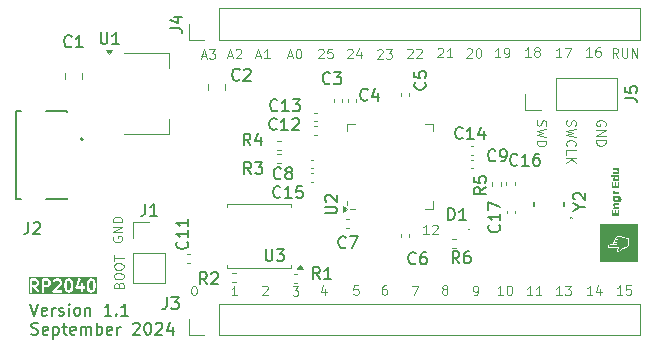
<source format=gbr>
%TF.GenerationSoftware,KiCad,Pcbnew,8.0.2*%
%TF.CreationDate,2024-09-05T22:56:17-06:00*%
%TF.ProjectId,2024_June_RP2040,32303234-5f4a-4756-9e65-5f5250323034,rev?*%
%TF.SameCoordinates,Original*%
%TF.FileFunction,Legend,Top*%
%TF.FilePolarity,Positive*%
%FSLAX46Y46*%
G04 Gerber Fmt 4.6, Leading zero omitted, Abs format (unit mm)*
G04 Created by KiCad (PCBNEW 8.0.2) date 2024-09-05 22:56:17*
%MOMM*%
%LPD*%
G01*
G04 APERTURE LIST*
%ADD10C,0.100000*%
%ADD11C,0.200000*%
%ADD12C,0.150000*%
%ADD13C,0.120000*%
%ADD14C,0.000000*%
%ADD15C,0.127000*%
G04 APERTURE END LIST*
D10*
X125541712Y-80694295D02*
X125084569Y-80694295D01*
X125313141Y-80694295D02*
X125313141Y-79894295D01*
X125313141Y-79894295D02*
X125236950Y-80008580D01*
X125236950Y-80008580D02*
X125160760Y-80084771D01*
X125160760Y-80084771D02*
X125084569Y-80122866D01*
X126036951Y-79894295D02*
X126113141Y-79894295D01*
X126113141Y-79894295D02*
X126189332Y-79932390D01*
X126189332Y-79932390D02*
X126227427Y-79970485D01*
X126227427Y-79970485D02*
X126265522Y-80046676D01*
X126265522Y-80046676D02*
X126303617Y-80199057D01*
X126303617Y-80199057D02*
X126303617Y-80389533D01*
X126303617Y-80389533D02*
X126265522Y-80541914D01*
X126265522Y-80541914D02*
X126227427Y-80618104D01*
X126227427Y-80618104D02*
X126189332Y-80656200D01*
X126189332Y-80656200D02*
X126113141Y-80694295D01*
X126113141Y-80694295D02*
X126036951Y-80694295D01*
X126036951Y-80694295D02*
X125960760Y-80656200D01*
X125960760Y-80656200D02*
X125922665Y-80618104D01*
X125922665Y-80618104D02*
X125884570Y-80541914D01*
X125884570Y-80541914D02*
X125846474Y-80389533D01*
X125846474Y-80389533D02*
X125846474Y-80199057D01*
X125846474Y-80199057D02*
X125884570Y-80046676D01*
X125884570Y-80046676D02*
X125922665Y-79970485D01*
X125922665Y-79970485D02*
X125960760Y-79932390D01*
X125960760Y-79932390D02*
X126036951Y-79894295D01*
X109895369Y-59929885D02*
X109933465Y-59891790D01*
X109933465Y-59891790D02*
X110009655Y-59853695D01*
X110009655Y-59853695D02*
X110200131Y-59853695D01*
X110200131Y-59853695D02*
X110276322Y-59891790D01*
X110276322Y-59891790D02*
X110314417Y-59929885D01*
X110314417Y-59929885D02*
X110352512Y-60006076D01*
X110352512Y-60006076D02*
X110352512Y-60082266D01*
X110352512Y-60082266D02*
X110314417Y-60196552D01*
X110314417Y-60196552D02*
X109857274Y-60653695D01*
X109857274Y-60653695D02*
X110352512Y-60653695D01*
X111076322Y-59853695D02*
X110695370Y-59853695D01*
X110695370Y-59853695D02*
X110657274Y-60234647D01*
X110657274Y-60234647D02*
X110695370Y-60196552D01*
X110695370Y-60196552D02*
X110771560Y-60158457D01*
X110771560Y-60158457D02*
X110962036Y-60158457D01*
X110962036Y-60158457D02*
X111038227Y-60196552D01*
X111038227Y-60196552D02*
X111076322Y-60234647D01*
X111076322Y-60234647D02*
X111114417Y-60310838D01*
X111114417Y-60310838D02*
X111114417Y-60501314D01*
X111114417Y-60501314D02*
X111076322Y-60577504D01*
X111076322Y-60577504D02*
X111038227Y-60615600D01*
X111038227Y-60615600D02*
X110962036Y-60653695D01*
X110962036Y-60653695D02*
X110771560Y-60653695D01*
X110771560Y-60653695D02*
X110695370Y-60615600D01*
X110695370Y-60615600D02*
X110657274Y-60577504D01*
X134189609Y-66359712D02*
X134227704Y-66283522D01*
X134227704Y-66283522D02*
X134227704Y-66169236D01*
X134227704Y-66169236D02*
X134189609Y-66054950D01*
X134189609Y-66054950D02*
X134113419Y-65978760D01*
X134113419Y-65978760D02*
X134037228Y-65940665D01*
X134037228Y-65940665D02*
X133884847Y-65902569D01*
X133884847Y-65902569D02*
X133770561Y-65902569D01*
X133770561Y-65902569D02*
X133618180Y-65940665D01*
X133618180Y-65940665D02*
X133541990Y-65978760D01*
X133541990Y-65978760D02*
X133465800Y-66054950D01*
X133465800Y-66054950D02*
X133427704Y-66169236D01*
X133427704Y-66169236D02*
X133427704Y-66245427D01*
X133427704Y-66245427D02*
X133465800Y-66359712D01*
X133465800Y-66359712D02*
X133503895Y-66397808D01*
X133503895Y-66397808D02*
X133770561Y-66397808D01*
X133770561Y-66397808D02*
X133770561Y-66245427D01*
X133427704Y-66740665D02*
X134227704Y-66740665D01*
X134227704Y-66740665D02*
X133427704Y-67197808D01*
X133427704Y-67197808D02*
X134227704Y-67197808D01*
X133427704Y-67578760D02*
X134227704Y-67578760D01*
X134227704Y-67578760D02*
X134227704Y-67769236D01*
X134227704Y-67769236D02*
X134189609Y-67883522D01*
X134189609Y-67883522D02*
X134113419Y-67959712D01*
X134113419Y-67959712D02*
X134037228Y-67997807D01*
X134037228Y-67997807D02*
X133884847Y-68035903D01*
X133884847Y-68035903D02*
X133770561Y-68035903D01*
X133770561Y-68035903D02*
X133618180Y-67997807D01*
X133618180Y-67997807D02*
X133541990Y-67959712D01*
X133541990Y-67959712D02*
X133465800Y-67883522D01*
X133465800Y-67883522D02*
X133427704Y-67769236D01*
X133427704Y-67769236D02*
X133427704Y-67578760D01*
X128030912Y-80719695D02*
X127573769Y-80719695D01*
X127802341Y-80719695D02*
X127802341Y-79919695D01*
X127802341Y-79919695D02*
X127726150Y-80033980D01*
X127726150Y-80033980D02*
X127649960Y-80110171D01*
X127649960Y-80110171D02*
X127573769Y-80148266D01*
X128792817Y-80719695D02*
X128335674Y-80719695D01*
X128564246Y-80719695D02*
X128564246Y-79919695D01*
X128564246Y-79919695D02*
X128488055Y-80033980D01*
X128488055Y-80033980D02*
X128411865Y-80110171D01*
X128411865Y-80110171D02*
X128335674Y-80148266D01*
X135282608Y-60602895D02*
X135015941Y-60221942D01*
X134825465Y-60602895D02*
X134825465Y-59802895D01*
X134825465Y-59802895D02*
X135130227Y-59802895D01*
X135130227Y-59802895D02*
X135206417Y-59840990D01*
X135206417Y-59840990D02*
X135244512Y-59879085D01*
X135244512Y-59879085D02*
X135282608Y-59955276D01*
X135282608Y-59955276D02*
X135282608Y-60069561D01*
X135282608Y-60069561D02*
X135244512Y-60145752D01*
X135244512Y-60145752D02*
X135206417Y-60183847D01*
X135206417Y-60183847D02*
X135130227Y-60221942D01*
X135130227Y-60221942D02*
X134825465Y-60221942D01*
X135625465Y-59802895D02*
X135625465Y-60450514D01*
X135625465Y-60450514D02*
X135663560Y-60526704D01*
X135663560Y-60526704D02*
X135701655Y-60564800D01*
X135701655Y-60564800D02*
X135777846Y-60602895D01*
X135777846Y-60602895D02*
X135930227Y-60602895D01*
X135930227Y-60602895D02*
X136006417Y-60564800D01*
X136006417Y-60564800D02*
X136044512Y-60526704D01*
X136044512Y-60526704D02*
X136082608Y-60450514D01*
X136082608Y-60450514D02*
X136082608Y-59802895D01*
X136463560Y-60602895D02*
X136463560Y-59802895D01*
X136463560Y-59802895D02*
X136920703Y-60602895D01*
X136920703Y-60602895D02*
X136920703Y-59802895D01*
X100014769Y-60475923D02*
X100395722Y-60475923D01*
X99938579Y-60704495D02*
X100205246Y-59904495D01*
X100205246Y-59904495D02*
X100471912Y-60704495D01*
X100662388Y-59904495D02*
X101157626Y-59904495D01*
X101157626Y-59904495D02*
X100890960Y-60209257D01*
X100890960Y-60209257D02*
X101005245Y-60209257D01*
X101005245Y-60209257D02*
X101081436Y-60247352D01*
X101081436Y-60247352D02*
X101119531Y-60285447D01*
X101119531Y-60285447D02*
X101157626Y-60361638D01*
X101157626Y-60361638D02*
X101157626Y-60552114D01*
X101157626Y-60552114D02*
X101119531Y-60628304D01*
X101119531Y-60628304D02*
X101081436Y-60666400D01*
X101081436Y-60666400D02*
X101005245Y-60704495D01*
X101005245Y-60704495D02*
X100776674Y-60704495D01*
X100776674Y-60704495D02*
X100700483Y-60666400D01*
X100700483Y-60666400D02*
X100662388Y-60628304D01*
X122468369Y-59879085D02*
X122506465Y-59840990D01*
X122506465Y-59840990D02*
X122582655Y-59802895D01*
X122582655Y-59802895D02*
X122773131Y-59802895D01*
X122773131Y-59802895D02*
X122849322Y-59840990D01*
X122849322Y-59840990D02*
X122887417Y-59879085D01*
X122887417Y-59879085D02*
X122925512Y-59955276D01*
X122925512Y-59955276D02*
X122925512Y-60031466D01*
X122925512Y-60031466D02*
X122887417Y-60145752D01*
X122887417Y-60145752D02*
X122430274Y-60602895D01*
X122430274Y-60602895D02*
X122925512Y-60602895D01*
X123420751Y-59802895D02*
X123496941Y-59802895D01*
X123496941Y-59802895D02*
X123573132Y-59840990D01*
X123573132Y-59840990D02*
X123611227Y-59879085D01*
X123611227Y-59879085D02*
X123649322Y-59955276D01*
X123649322Y-59955276D02*
X123687417Y-60107657D01*
X123687417Y-60107657D02*
X123687417Y-60298133D01*
X123687417Y-60298133D02*
X123649322Y-60450514D01*
X123649322Y-60450514D02*
X123611227Y-60526704D01*
X123611227Y-60526704D02*
X123573132Y-60564800D01*
X123573132Y-60564800D02*
X123496941Y-60602895D01*
X123496941Y-60602895D02*
X123420751Y-60602895D01*
X123420751Y-60602895D02*
X123344560Y-60564800D01*
X123344560Y-60564800D02*
X123306465Y-60526704D01*
X123306465Y-60526704D02*
X123268370Y-60450514D01*
X123268370Y-60450514D02*
X123230274Y-60298133D01*
X123230274Y-60298133D02*
X123230274Y-60107657D01*
X123230274Y-60107657D02*
X123268370Y-59955276D01*
X123268370Y-59955276D02*
X123306465Y-59879085D01*
X123306465Y-59879085D02*
X123344560Y-59840990D01*
X123344560Y-59840990D02*
X123420751Y-59802895D01*
X99341646Y-79919695D02*
X99417836Y-79919695D01*
X99417836Y-79919695D02*
X99494027Y-79957790D01*
X99494027Y-79957790D02*
X99532122Y-79995885D01*
X99532122Y-79995885D02*
X99570217Y-80072076D01*
X99570217Y-80072076D02*
X99608312Y-80224457D01*
X99608312Y-80224457D02*
X99608312Y-80414933D01*
X99608312Y-80414933D02*
X99570217Y-80567314D01*
X99570217Y-80567314D02*
X99532122Y-80643504D01*
X99532122Y-80643504D02*
X99494027Y-80681600D01*
X99494027Y-80681600D02*
X99417836Y-80719695D01*
X99417836Y-80719695D02*
X99341646Y-80719695D01*
X99341646Y-80719695D02*
X99265455Y-80681600D01*
X99265455Y-80681600D02*
X99227360Y-80643504D01*
X99227360Y-80643504D02*
X99189265Y-80567314D01*
X99189265Y-80567314D02*
X99151169Y-80414933D01*
X99151169Y-80414933D02*
X99151169Y-80224457D01*
X99151169Y-80224457D02*
X99189265Y-80072076D01*
X99189265Y-80072076D02*
X99227360Y-79995885D01*
X99227360Y-79995885D02*
X99265455Y-79957790D01*
X99265455Y-79957790D02*
X99341646Y-79919695D01*
D11*
G36*
X88858602Y-79512453D02*
G01*
X88884379Y-79537115D01*
X88919455Y-79604670D01*
X88962907Y-79772131D01*
X88964499Y-79985622D01*
X88924100Y-80153555D01*
X88888009Y-80228576D01*
X88863347Y-80254354D01*
X88803207Y-80285579D01*
X88754743Y-80286391D01*
X88695693Y-80257983D01*
X88669919Y-80233324D01*
X88634842Y-80165764D01*
X88591390Y-79998305D01*
X88589798Y-79784815D01*
X88630197Y-79616881D01*
X88666288Y-79541860D01*
X88690950Y-79516083D01*
X88751089Y-79484858D01*
X88799554Y-79484046D01*
X88858602Y-79512453D01*
G37*
G36*
X90763364Y-79512453D02*
G01*
X90789141Y-79537115D01*
X90824217Y-79604670D01*
X90867669Y-79772131D01*
X90869261Y-79985622D01*
X90828862Y-80153555D01*
X90792771Y-80228576D01*
X90768109Y-80254354D01*
X90707969Y-80285579D01*
X90659505Y-80286391D01*
X90600455Y-80257983D01*
X90574681Y-80233324D01*
X90539604Y-80165764D01*
X90496152Y-79998305D01*
X90494560Y-79784815D01*
X90534959Y-79616881D01*
X90571050Y-79541860D01*
X90595712Y-79516083D01*
X90655851Y-79484858D01*
X90704316Y-79484046D01*
X90763364Y-79512453D01*
G37*
G36*
X86001459Y-79512453D02*
G01*
X86027236Y-79537115D01*
X86058353Y-79597046D01*
X86059487Y-79692893D01*
X86030865Y-79752388D01*
X86006207Y-79778161D01*
X85946564Y-79809129D01*
X85826310Y-79809705D01*
X85822600Y-79809051D01*
X85819496Y-79809738D01*
X85685589Y-79810380D01*
X85684976Y-79484747D01*
X85941312Y-79483517D01*
X86001459Y-79512453D01*
G37*
G36*
X87001459Y-79512453D02*
G01*
X87027236Y-79537115D01*
X87058353Y-79597046D01*
X87059487Y-79692893D01*
X87030865Y-79752388D01*
X87006207Y-79778161D01*
X86946564Y-79809129D01*
X86685589Y-79810380D01*
X86684976Y-79484747D01*
X86941312Y-79483517D01*
X87001459Y-79512453D01*
G37*
G36*
X91178736Y-80596330D02*
G01*
X85375562Y-80596330D01*
X85375562Y-79385219D01*
X85486673Y-79385219D01*
X85488594Y-80404728D01*
X85503526Y-80440776D01*
X85531116Y-80468366D01*
X85567164Y-80483298D01*
X85606182Y-80483298D01*
X85642230Y-80468366D01*
X85669820Y-80440776D01*
X85684752Y-80404728D01*
X85686673Y-80385219D01*
X85685963Y-80008551D01*
X85772278Y-80008137D01*
X86088939Y-80457446D01*
X86121844Y-80478415D01*
X86160269Y-80485196D01*
X86198363Y-80476756D01*
X86230328Y-80454381D01*
X86251297Y-80421476D01*
X86258078Y-80383052D01*
X86249638Y-80344957D01*
X86240024Y-80327873D01*
X86008821Y-79999819D01*
X86012346Y-79998471D01*
X86107375Y-79949130D01*
X86118420Y-79944556D01*
X86122266Y-79941399D01*
X86124174Y-79940409D01*
X86125903Y-79938414D01*
X86133574Y-79932120D01*
X86181507Y-79882017D01*
X86189482Y-79875102D01*
X86192093Y-79870952D01*
X86193629Y-79869348D01*
X86194639Y-79866907D01*
X86199925Y-79858511D01*
X86239863Y-79775493D01*
X86241248Y-79774109D01*
X86245700Y-79763359D01*
X86254550Y-79744965D01*
X86254804Y-79741381D01*
X86256180Y-79738061D01*
X86258101Y-79718552D01*
X86256584Y-79590395D01*
X86257316Y-79588202D01*
X86256407Y-79575419D01*
X86256180Y-79556186D01*
X86254804Y-79552865D01*
X86254550Y-79549282D01*
X86247544Y-79530973D01*
X86198201Y-79435939D01*
X86193629Y-79424899D01*
X86190473Y-79421053D01*
X86189482Y-79419145D01*
X86187484Y-79417412D01*
X86181192Y-79409746D01*
X86155555Y-79385219D01*
X86486673Y-79385219D01*
X86488594Y-80404728D01*
X86503526Y-80440776D01*
X86531116Y-80468366D01*
X86567164Y-80483298D01*
X86606182Y-80483298D01*
X86642230Y-80468366D01*
X86669820Y-80440776D01*
X86684752Y-80404728D01*
X86686673Y-80385219D01*
X86686636Y-80365710D01*
X87393356Y-80365710D01*
X87393356Y-80404728D01*
X87408288Y-80440776D01*
X87435878Y-80468366D01*
X87471926Y-80483298D01*
X87491435Y-80485219D01*
X88129991Y-80483298D01*
X88166039Y-80468366D01*
X88193629Y-80440776D01*
X88208561Y-80404728D01*
X88208561Y-80365710D01*
X88193629Y-80329662D01*
X88166039Y-80302072D01*
X88129991Y-80287140D01*
X88110482Y-80285219D01*
X87730929Y-80286360D01*
X88121192Y-79894280D01*
X88124175Y-79892789D01*
X88134323Y-79881087D01*
X88146010Y-79869347D01*
X88147384Y-79866028D01*
X88149740Y-79863313D01*
X88157731Y-79845413D01*
X88183154Y-79766171D01*
X88391435Y-79766171D01*
X88393165Y-79998288D01*
X88391553Y-80009127D01*
X88393336Y-80021188D01*
X88393356Y-80023775D01*
X88393920Y-80025138D01*
X88394421Y-80028520D01*
X88441925Y-80211599D01*
X88442605Y-80221155D01*
X88448196Y-80235767D01*
X88448635Y-80237456D01*
X88449065Y-80238036D01*
X88449611Y-80239463D01*
X88498948Y-80334487D01*
X88503525Y-80345537D01*
X88506683Y-80349385D01*
X88507673Y-80351291D01*
X88509667Y-80353020D01*
X88515962Y-80360690D01*
X88566062Y-80408623D01*
X88572980Y-80416600D01*
X88577129Y-80419211D01*
X88578734Y-80420747D01*
X88581174Y-80421757D01*
X88589571Y-80427043D01*
X88672588Y-80466981D01*
X88673973Y-80468366D01*
X88684722Y-80472818D01*
X88703117Y-80481668D01*
X88706700Y-80481922D01*
X88710021Y-80483298D01*
X88729530Y-80485219D01*
X88810547Y-80483862D01*
X88812261Y-80484434D01*
X88823305Y-80483649D01*
X88844277Y-80483298D01*
X88847597Y-80481922D01*
X88851181Y-80481668D01*
X88869489Y-80474662D01*
X88964517Y-80425322D01*
X88975564Y-80420747D01*
X88979410Y-80417589D01*
X88981317Y-80416600D01*
X88983047Y-80414605D01*
X88990717Y-80408310D01*
X89038650Y-80358207D01*
X89046625Y-80351292D01*
X89049236Y-80347142D01*
X89050773Y-80345537D01*
X89051784Y-80343095D01*
X89057068Y-80334701D01*
X89100496Y-80244429D01*
X89105663Y-80237456D01*
X89110891Y-80222821D01*
X89111693Y-80221155D01*
X89111744Y-80220434D01*
X89112258Y-80218996D01*
X89155467Y-80039378D01*
X89344601Y-80039378D01*
X89345737Y-80055362D01*
X89345737Y-80071394D01*
X89347112Y-80074714D01*
X89347367Y-80078298D01*
X89354534Y-80092633D01*
X89360669Y-80107442D01*
X89363209Y-80109982D01*
X89364817Y-80113197D01*
X89376928Y-80123701D01*
X89388259Y-80135032D01*
X89391577Y-80136406D01*
X89394293Y-80138762D01*
X89409502Y-80143831D01*
X89424307Y-80149964D01*
X89429407Y-80150466D01*
X89431309Y-80151100D01*
X89433942Y-80150912D01*
X89443816Y-80151885D01*
X89821215Y-80150749D01*
X89821927Y-80404728D01*
X89836859Y-80440776D01*
X89864449Y-80468366D01*
X89900497Y-80483298D01*
X89939515Y-80483298D01*
X89975563Y-80468366D01*
X90003153Y-80440776D01*
X90018085Y-80404728D01*
X90020006Y-80385219D01*
X90019347Y-80150153D01*
X90082372Y-80149964D01*
X90118420Y-80135032D01*
X90146010Y-80107442D01*
X90160942Y-80071394D01*
X90160942Y-80032376D01*
X90146010Y-79996328D01*
X90118420Y-79968738D01*
X90082372Y-79953806D01*
X90062863Y-79951885D01*
X90018793Y-79952017D01*
X90018273Y-79766171D01*
X90296197Y-79766171D01*
X90297927Y-79998288D01*
X90296315Y-80009127D01*
X90298098Y-80021188D01*
X90298118Y-80023775D01*
X90298682Y-80025138D01*
X90299183Y-80028520D01*
X90346687Y-80211599D01*
X90347367Y-80221155D01*
X90352958Y-80235767D01*
X90353397Y-80237456D01*
X90353827Y-80238036D01*
X90354373Y-80239463D01*
X90403710Y-80334487D01*
X90408287Y-80345537D01*
X90411445Y-80349385D01*
X90412435Y-80351291D01*
X90414429Y-80353020D01*
X90420724Y-80360690D01*
X90470824Y-80408623D01*
X90477742Y-80416600D01*
X90481891Y-80419211D01*
X90483496Y-80420747D01*
X90485936Y-80421757D01*
X90494333Y-80427043D01*
X90577350Y-80466981D01*
X90578735Y-80468366D01*
X90589484Y-80472818D01*
X90607879Y-80481668D01*
X90611462Y-80481922D01*
X90614783Y-80483298D01*
X90634292Y-80485219D01*
X90715309Y-80483862D01*
X90717023Y-80484434D01*
X90728067Y-80483649D01*
X90749039Y-80483298D01*
X90752359Y-80481922D01*
X90755943Y-80481668D01*
X90774251Y-80474662D01*
X90869279Y-80425322D01*
X90880326Y-80420747D01*
X90884172Y-80417589D01*
X90886079Y-80416600D01*
X90887809Y-80414605D01*
X90895479Y-80408310D01*
X90943412Y-80358207D01*
X90951387Y-80351292D01*
X90953998Y-80347142D01*
X90955535Y-80345537D01*
X90956546Y-80343095D01*
X90961830Y-80334701D01*
X91005258Y-80244429D01*
X91010425Y-80237456D01*
X91015653Y-80222821D01*
X91016455Y-80221155D01*
X91016506Y-80220434D01*
X91017020Y-80218996D01*
X91061599Y-80033683D01*
X91065704Y-80023775D01*
X91066896Y-80011665D01*
X91067507Y-80009127D01*
X91067289Y-80007668D01*
X91067625Y-80004266D01*
X91065894Y-79772148D01*
X91067507Y-79761310D01*
X91065723Y-79749248D01*
X91065704Y-79746662D01*
X91065139Y-79745298D01*
X91064639Y-79741917D01*
X91017134Y-79558837D01*
X91016455Y-79549282D01*
X91010862Y-79534666D01*
X91010425Y-79532981D01*
X91009995Y-79532401D01*
X91009449Y-79530973D01*
X90960106Y-79435939D01*
X90955534Y-79424899D01*
X90952378Y-79421053D01*
X90951387Y-79419145D01*
X90949389Y-79417412D01*
X90943097Y-79409746D01*
X90892996Y-79361814D01*
X90886079Y-79353838D01*
X90881929Y-79351225D01*
X90880325Y-79349691D01*
X90877885Y-79348680D01*
X90869489Y-79343395D01*
X90786471Y-79303456D01*
X90785087Y-79302072D01*
X90774337Y-79297619D01*
X90755943Y-79288770D01*
X90752359Y-79288515D01*
X90749039Y-79287140D01*
X90729530Y-79285219D01*
X90648512Y-79286575D01*
X90646799Y-79286004D01*
X90635754Y-79286788D01*
X90614783Y-79287140D01*
X90611462Y-79288515D01*
X90607879Y-79288770D01*
X90589570Y-79295776D01*
X90494536Y-79345118D01*
X90483496Y-79349691D01*
X90479650Y-79352846D01*
X90477742Y-79353838D01*
X90476009Y-79355835D01*
X90468343Y-79362128D01*
X90420411Y-79412228D01*
X90412435Y-79419146D01*
X90409822Y-79423295D01*
X90408288Y-79424900D01*
X90407277Y-79427339D01*
X90401992Y-79435736D01*
X90358563Y-79526007D01*
X90353397Y-79532981D01*
X90348169Y-79547613D01*
X90347367Y-79549282D01*
X90347315Y-79550004D01*
X90346802Y-79551442D01*
X90302222Y-79736752D01*
X90298118Y-79746662D01*
X90296925Y-79758771D01*
X90296315Y-79761310D01*
X90296532Y-79762768D01*
X90296197Y-79766171D01*
X90018273Y-79766171D01*
X90018085Y-79699043D01*
X90003153Y-79662995D01*
X89975563Y-79635405D01*
X89939515Y-79620473D01*
X89900497Y-79620473D01*
X89864449Y-79635405D01*
X89836859Y-79662995D01*
X89821927Y-79699043D01*
X89820006Y-79718552D01*
X89820661Y-79952613D01*
X89581716Y-79953332D01*
X89781126Y-79350108D01*
X89778360Y-79311188D01*
X89760910Y-79276289D01*
X89731434Y-79250724D01*
X89694418Y-79238385D01*
X89655498Y-79241152D01*
X89620599Y-79258601D01*
X89595034Y-79288077D01*
X89587043Y-79305978D01*
X89351573Y-80018285D01*
X89345737Y-80032376D01*
X89345737Y-80035941D01*
X89344601Y-80039378D01*
X89155467Y-80039378D01*
X89156837Y-80033683D01*
X89160942Y-80023775D01*
X89162134Y-80011665D01*
X89162745Y-80009127D01*
X89162527Y-80007668D01*
X89162863Y-80004266D01*
X89161132Y-79772148D01*
X89162745Y-79761310D01*
X89160961Y-79749248D01*
X89160942Y-79746662D01*
X89160377Y-79745298D01*
X89159877Y-79741917D01*
X89112372Y-79558837D01*
X89111693Y-79549282D01*
X89106100Y-79534666D01*
X89105663Y-79532981D01*
X89105233Y-79532401D01*
X89104687Y-79530973D01*
X89055344Y-79435939D01*
X89050772Y-79424899D01*
X89047616Y-79421053D01*
X89046625Y-79419145D01*
X89044627Y-79417412D01*
X89038335Y-79409746D01*
X88988234Y-79361814D01*
X88981317Y-79353838D01*
X88977167Y-79351225D01*
X88975563Y-79349691D01*
X88973123Y-79348680D01*
X88964727Y-79343395D01*
X88881709Y-79303456D01*
X88880325Y-79302072D01*
X88869575Y-79297619D01*
X88851181Y-79288770D01*
X88847597Y-79288515D01*
X88844277Y-79287140D01*
X88824768Y-79285219D01*
X88743750Y-79286575D01*
X88742037Y-79286004D01*
X88730992Y-79286788D01*
X88710021Y-79287140D01*
X88706700Y-79288515D01*
X88703117Y-79288770D01*
X88684808Y-79295776D01*
X88589774Y-79345118D01*
X88578734Y-79349691D01*
X88574888Y-79352846D01*
X88572980Y-79353838D01*
X88571247Y-79355835D01*
X88563581Y-79362128D01*
X88515649Y-79412228D01*
X88507673Y-79419146D01*
X88505060Y-79423295D01*
X88503526Y-79424900D01*
X88502515Y-79427339D01*
X88497230Y-79435736D01*
X88453801Y-79526007D01*
X88448635Y-79532981D01*
X88443407Y-79547613D01*
X88442605Y-79549282D01*
X88442553Y-79550004D01*
X88442040Y-79551442D01*
X88397460Y-79736752D01*
X88393356Y-79746662D01*
X88392163Y-79758771D01*
X88391553Y-79761310D01*
X88391770Y-79762768D01*
X88391435Y-79766171D01*
X88183154Y-79766171D01*
X88203637Y-79702328D01*
X88208561Y-79690442D01*
X88209052Y-79685449D01*
X88209697Y-79683441D01*
X88209509Y-79680806D01*
X88210482Y-79670933D01*
X88209125Y-79589915D01*
X88209697Y-79588202D01*
X88208912Y-79577157D01*
X88208561Y-79556186D01*
X88207185Y-79552865D01*
X88206931Y-79549282D01*
X88199925Y-79530973D01*
X88150582Y-79435939D01*
X88146010Y-79424899D01*
X88142854Y-79421053D01*
X88141863Y-79419145D01*
X88139865Y-79417412D01*
X88133573Y-79409746D01*
X88083472Y-79361814D01*
X88076555Y-79353838D01*
X88072405Y-79351225D01*
X88070801Y-79349691D01*
X88068361Y-79348680D01*
X88059965Y-79343395D01*
X87976947Y-79303456D01*
X87975563Y-79302072D01*
X87964813Y-79297619D01*
X87946419Y-79288770D01*
X87942835Y-79288515D01*
X87939515Y-79287140D01*
X87920006Y-79285219D01*
X87697050Y-79286881D01*
X87694418Y-79286004D01*
X87680312Y-79287006D01*
X87662402Y-79287140D01*
X87659081Y-79288515D01*
X87655498Y-79288770D01*
X87637189Y-79295776D01*
X87542155Y-79345118D01*
X87531115Y-79349691D01*
X87527269Y-79352846D01*
X87525361Y-79353838D01*
X87523628Y-79355835D01*
X87515962Y-79362128D01*
X87455907Y-79424900D01*
X87440975Y-79460948D01*
X87440975Y-79499966D01*
X87455907Y-79536014D01*
X87483497Y-79563604D01*
X87519545Y-79578536D01*
X87558563Y-79578536D01*
X87594611Y-79563604D01*
X87609765Y-79551168D01*
X87643331Y-79516083D01*
X87703079Y-79485061D01*
X87893942Y-79483637D01*
X87953840Y-79512453D01*
X87979617Y-79537115D01*
X88010842Y-79597254D01*
X88011748Y-79651358D01*
X87977646Y-79757652D01*
X87408288Y-80329662D01*
X87393356Y-80365710D01*
X86686636Y-80365710D01*
X86685963Y-80008551D01*
X86952212Y-80007274D01*
X86955118Y-80008243D01*
X86969942Y-80007189D01*
X86987134Y-80007107D01*
X86990454Y-80005731D01*
X86994038Y-80005477D01*
X87012346Y-79998471D01*
X87107375Y-79949130D01*
X87118420Y-79944556D01*
X87122266Y-79941399D01*
X87124174Y-79940409D01*
X87125903Y-79938414D01*
X87133574Y-79932120D01*
X87181507Y-79882017D01*
X87189482Y-79875102D01*
X87192093Y-79870952D01*
X87193629Y-79869348D01*
X87194639Y-79866907D01*
X87199925Y-79858511D01*
X87239863Y-79775493D01*
X87241248Y-79774109D01*
X87245700Y-79763359D01*
X87254550Y-79744965D01*
X87254804Y-79741381D01*
X87256180Y-79738061D01*
X87258101Y-79718552D01*
X87256584Y-79590395D01*
X87257316Y-79588202D01*
X87256407Y-79575419D01*
X87256180Y-79556186D01*
X87254804Y-79552865D01*
X87254550Y-79549282D01*
X87247544Y-79530973D01*
X87198201Y-79435939D01*
X87193629Y-79424899D01*
X87190473Y-79421053D01*
X87189482Y-79419145D01*
X87187484Y-79417412D01*
X87181192Y-79409746D01*
X87131091Y-79361814D01*
X87124174Y-79353838D01*
X87120024Y-79351225D01*
X87118420Y-79349691D01*
X87115980Y-79348680D01*
X87107584Y-79343395D01*
X87024566Y-79303456D01*
X87023182Y-79302072D01*
X87012432Y-79297619D01*
X86994038Y-79288770D01*
X86990454Y-79288515D01*
X86987134Y-79287140D01*
X86967625Y-79285219D01*
X86567164Y-79287140D01*
X86531116Y-79302072D01*
X86503526Y-79329662D01*
X86488594Y-79365710D01*
X86486673Y-79385219D01*
X86155555Y-79385219D01*
X86131091Y-79361814D01*
X86124174Y-79353838D01*
X86120024Y-79351225D01*
X86118420Y-79349691D01*
X86115980Y-79348680D01*
X86107584Y-79343395D01*
X86024566Y-79303456D01*
X86023182Y-79302072D01*
X86012432Y-79297619D01*
X85994038Y-79288770D01*
X85990454Y-79288515D01*
X85987134Y-79287140D01*
X85967625Y-79285219D01*
X85567164Y-79287140D01*
X85531116Y-79302072D01*
X85503526Y-79329662D01*
X85488594Y-79365710D01*
X85486673Y-79385219D01*
X85375562Y-79385219D01*
X85375562Y-79127274D01*
X91178736Y-79127274D01*
X91178736Y-80596330D01*
G37*
D10*
X133110912Y-80694295D02*
X132653769Y-80694295D01*
X132882341Y-80694295D02*
X132882341Y-79894295D01*
X132882341Y-79894295D02*
X132806150Y-80008580D01*
X132806150Y-80008580D02*
X132729960Y-80084771D01*
X132729960Y-80084771D02*
X132653769Y-80122866D01*
X133796627Y-80160961D02*
X133796627Y-80694295D01*
X133606151Y-79856200D02*
X133415674Y-80427628D01*
X133415674Y-80427628D02*
X133910913Y-80427628D01*
X92556190Y-75753287D02*
X92518095Y-75829477D01*
X92518095Y-75829477D02*
X92518095Y-75943763D01*
X92518095Y-75943763D02*
X92556190Y-76058049D01*
X92556190Y-76058049D02*
X92632380Y-76134239D01*
X92632380Y-76134239D02*
X92708571Y-76172334D01*
X92708571Y-76172334D02*
X92860952Y-76210430D01*
X92860952Y-76210430D02*
X92975238Y-76210430D01*
X92975238Y-76210430D02*
X93127619Y-76172334D01*
X93127619Y-76172334D02*
X93203809Y-76134239D01*
X93203809Y-76134239D02*
X93280000Y-76058049D01*
X93280000Y-76058049D02*
X93318095Y-75943763D01*
X93318095Y-75943763D02*
X93318095Y-75867572D01*
X93318095Y-75867572D02*
X93280000Y-75753287D01*
X93280000Y-75753287D02*
X93241904Y-75715191D01*
X93241904Y-75715191D02*
X92975238Y-75715191D01*
X92975238Y-75715191D02*
X92975238Y-75867572D01*
X93318095Y-75372334D02*
X92518095Y-75372334D01*
X92518095Y-75372334D02*
X93318095Y-74915191D01*
X93318095Y-74915191D02*
X92518095Y-74915191D01*
X93318095Y-74534239D02*
X92518095Y-74534239D01*
X92518095Y-74534239D02*
X92518095Y-74343763D01*
X92518095Y-74343763D02*
X92556190Y-74229477D01*
X92556190Y-74229477D02*
X92632380Y-74153287D01*
X92632380Y-74153287D02*
X92708571Y-74115192D01*
X92708571Y-74115192D02*
X92860952Y-74077096D01*
X92860952Y-74077096D02*
X92975238Y-74077096D01*
X92975238Y-74077096D02*
X93127619Y-74115192D01*
X93127619Y-74115192D02*
X93203809Y-74153287D01*
X93203809Y-74153287D02*
X93280000Y-74229477D01*
X93280000Y-74229477D02*
X93318095Y-74343763D01*
X93318095Y-74343763D02*
X93318095Y-74534239D01*
X127903912Y-60526695D02*
X127446769Y-60526695D01*
X127675341Y-60526695D02*
X127675341Y-59726695D01*
X127675341Y-59726695D02*
X127599150Y-59840980D01*
X127599150Y-59840980D02*
X127522960Y-59917171D01*
X127522960Y-59917171D02*
X127446769Y-59955266D01*
X128361055Y-60069552D02*
X128284865Y-60031457D01*
X128284865Y-60031457D02*
X128246770Y-59993361D01*
X128246770Y-59993361D02*
X128208674Y-59917171D01*
X128208674Y-59917171D02*
X128208674Y-59879076D01*
X128208674Y-59879076D02*
X128246770Y-59802885D01*
X128246770Y-59802885D02*
X128284865Y-59764790D01*
X128284865Y-59764790D02*
X128361055Y-59726695D01*
X128361055Y-59726695D02*
X128513436Y-59726695D01*
X128513436Y-59726695D02*
X128589627Y-59764790D01*
X128589627Y-59764790D02*
X128627722Y-59802885D01*
X128627722Y-59802885D02*
X128665817Y-59879076D01*
X128665817Y-59879076D02*
X128665817Y-59917171D01*
X128665817Y-59917171D02*
X128627722Y-59993361D01*
X128627722Y-59993361D02*
X128589627Y-60031457D01*
X128589627Y-60031457D02*
X128513436Y-60069552D01*
X128513436Y-60069552D02*
X128361055Y-60069552D01*
X128361055Y-60069552D02*
X128284865Y-60107647D01*
X128284865Y-60107647D02*
X128246770Y-60145742D01*
X128246770Y-60145742D02*
X128208674Y-60221933D01*
X128208674Y-60221933D02*
X128208674Y-60374314D01*
X128208674Y-60374314D02*
X128246770Y-60450504D01*
X128246770Y-60450504D02*
X128284865Y-60488600D01*
X128284865Y-60488600D02*
X128361055Y-60526695D01*
X128361055Y-60526695D02*
X128513436Y-60526695D01*
X128513436Y-60526695D02*
X128589627Y-60488600D01*
X128589627Y-60488600D02*
X128627722Y-60450504D01*
X128627722Y-60450504D02*
X128665817Y-60374314D01*
X128665817Y-60374314D02*
X128665817Y-60221933D01*
X128665817Y-60221933D02*
X128627722Y-60145742D01*
X128627722Y-60145742D02*
X128589627Y-60107647D01*
X128589627Y-60107647D02*
X128513436Y-60069552D01*
X105170969Y-79970485D02*
X105209065Y-79932390D01*
X105209065Y-79932390D02*
X105285255Y-79894295D01*
X105285255Y-79894295D02*
X105475731Y-79894295D01*
X105475731Y-79894295D02*
X105551922Y-79932390D01*
X105551922Y-79932390D02*
X105590017Y-79970485D01*
X105590017Y-79970485D02*
X105628112Y-80046676D01*
X105628112Y-80046676D02*
X105628112Y-80122866D01*
X105628112Y-80122866D02*
X105590017Y-80237152D01*
X105590017Y-80237152D02*
X105132874Y-80694295D01*
X105132874Y-80694295D02*
X105628112Y-80694295D01*
X114899169Y-59955285D02*
X114937265Y-59917190D01*
X114937265Y-59917190D02*
X115013455Y-59879095D01*
X115013455Y-59879095D02*
X115203931Y-59879095D01*
X115203931Y-59879095D02*
X115280122Y-59917190D01*
X115280122Y-59917190D02*
X115318217Y-59955285D01*
X115318217Y-59955285D02*
X115356312Y-60031476D01*
X115356312Y-60031476D02*
X115356312Y-60107666D01*
X115356312Y-60107666D02*
X115318217Y-60221952D01*
X115318217Y-60221952D02*
X114861074Y-60679095D01*
X114861074Y-60679095D02*
X115356312Y-60679095D01*
X115622979Y-59879095D02*
X116118217Y-59879095D01*
X116118217Y-59879095D02*
X115851551Y-60183857D01*
X115851551Y-60183857D02*
X115965836Y-60183857D01*
X115965836Y-60183857D02*
X116042027Y-60221952D01*
X116042027Y-60221952D02*
X116080122Y-60260047D01*
X116080122Y-60260047D02*
X116118217Y-60336238D01*
X116118217Y-60336238D02*
X116118217Y-60526714D01*
X116118217Y-60526714D02*
X116080122Y-60602904D01*
X116080122Y-60602904D02*
X116042027Y-60641000D01*
X116042027Y-60641000D02*
X115965836Y-60679095D01*
X115965836Y-60679095D02*
X115737265Y-60679095D01*
X115737265Y-60679095D02*
X115661074Y-60641000D01*
X115661074Y-60641000D02*
X115622979Y-60602904D01*
X102249969Y-60425123D02*
X102630922Y-60425123D01*
X102173779Y-60653695D02*
X102440446Y-59853695D01*
X102440446Y-59853695D02*
X102707112Y-60653695D01*
X102935683Y-59929885D02*
X102973779Y-59891790D01*
X102973779Y-59891790D02*
X103049969Y-59853695D01*
X103049969Y-59853695D02*
X103240445Y-59853695D01*
X103240445Y-59853695D02*
X103316636Y-59891790D01*
X103316636Y-59891790D02*
X103354731Y-59929885D01*
X103354731Y-59929885D02*
X103392826Y-60006076D01*
X103392826Y-60006076D02*
X103392826Y-60082266D01*
X103392826Y-60082266D02*
X103354731Y-60196552D01*
X103354731Y-60196552D02*
X102897588Y-60653695D01*
X102897588Y-60653695D02*
X103392826Y-60653695D01*
X130925800Y-65902569D02*
X130887704Y-66016855D01*
X130887704Y-66016855D02*
X130887704Y-66207331D01*
X130887704Y-66207331D02*
X130925800Y-66283522D01*
X130925800Y-66283522D02*
X130963895Y-66321617D01*
X130963895Y-66321617D02*
X131040085Y-66359712D01*
X131040085Y-66359712D02*
X131116276Y-66359712D01*
X131116276Y-66359712D02*
X131192466Y-66321617D01*
X131192466Y-66321617D02*
X131230561Y-66283522D01*
X131230561Y-66283522D02*
X131268657Y-66207331D01*
X131268657Y-66207331D02*
X131306752Y-66054950D01*
X131306752Y-66054950D02*
X131344847Y-65978760D01*
X131344847Y-65978760D02*
X131382942Y-65940665D01*
X131382942Y-65940665D02*
X131459133Y-65902569D01*
X131459133Y-65902569D02*
X131535323Y-65902569D01*
X131535323Y-65902569D02*
X131611514Y-65940665D01*
X131611514Y-65940665D02*
X131649609Y-65978760D01*
X131649609Y-65978760D02*
X131687704Y-66054950D01*
X131687704Y-66054950D02*
X131687704Y-66245427D01*
X131687704Y-66245427D02*
X131649609Y-66359712D01*
X131687704Y-66626379D02*
X130887704Y-66816855D01*
X130887704Y-66816855D02*
X131459133Y-66969236D01*
X131459133Y-66969236D02*
X130887704Y-67121617D01*
X130887704Y-67121617D02*
X131687704Y-67312094D01*
X130963895Y-68073999D02*
X130925800Y-68035903D01*
X130925800Y-68035903D02*
X130887704Y-67921618D01*
X130887704Y-67921618D02*
X130887704Y-67845427D01*
X130887704Y-67845427D02*
X130925800Y-67731141D01*
X130925800Y-67731141D02*
X131001990Y-67654951D01*
X131001990Y-67654951D02*
X131078180Y-67616856D01*
X131078180Y-67616856D02*
X131230561Y-67578760D01*
X131230561Y-67578760D02*
X131344847Y-67578760D01*
X131344847Y-67578760D02*
X131497228Y-67616856D01*
X131497228Y-67616856D02*
X131573419Y-67654951D01*
X131573419Y-67654951D02*
X131649609Y-67731141D01*
X131649609Y-67731141D02*
X131687704Y-67845427D01*
X131687704Y-67845427D02*
X131687704Y-67921618D01*
X131687704Y-67921618D02*
X131649609Y-68035903D01*
X131649609Y-68035903D02*
X131611514Y-68073999D01*
X130887704Y-68797808D02*
X130887704Y-68416856D01*
X130887704Y-68416856D02*
X131687704Y-68416856D01*
X130887704Y-69064475D02*
X131687704Y-69064475D01*
X130887704Y-69521618D02*
X131344847Y-69178760D01*
X131687704Y-69521618D02*
X131230561Y-69064475D01*
X130520112Y-80719695D02*
X130062969Y-80719695D01*
X130291541Y-80719695D02*
X130291541Y-79919695D01*
X130291541Y-79919695D02*
X130215350Y-80033980D01*
X130215350Y-80033980D02*
X130139160Y-80110171D01*
X130139160Y-80110171D02*
X130062969Y-80148266D01*
X130786779Y-79919695D02*
X131282017Y-79919695D01*
X131282017Y-79919695D02*
X131015351Y-80224457D01*
X131015351Y-80224457D02*
X131129636Y-80224457D01*
X131129636Y-80224457D02*
X131205827Y-80262552D01*
X131205827Y-80262552D02*
X131243922Y-80300647D01*
X131243922Y-80300647D02*
X131282017Y-80376838D01*
X131282017Y-80376838D02*
X131282017Y-80567314D01*
X131282017Y-80567314D02*
X131243922Y-80643504D01*
X131243922Y-80643504D02*
X131205827Y-80681600D01*
X131205827Y-80681600D02*
X131129636Y-80719695D01*
X131129636Y-80719695D02*
X130901065Y-80719695D01*
X130901065Y-80719695D02*
X130824874Y-80681600D01*
X130824874Y-80681600D02*
X130786779Y-80643504D01*
X110504922Y-80160961D02*
X110504922Y-80694295D01*
X110314446Y-79856200D02*
X110123969Y-80427628D01*
X110123969Y-80427628D02*
X110619208Y-80427628D01*
X125313112Y-60577495D02*
X124855969Y-60577495D01*
X125084541Y-60577495D02*
X125084541Y-59777495D01*
X125084541Y-59777495D02*
X125008350Y-59891780D01*
X125008350Y-59891780D02*
X124932160Y-59967971D01*
X124932160Y-59967971D02*
X124855969Y-60006066D01*
X125694065Y-60577495D02*
X125846446Y-60577495D01*
X125846446Y-60577495D02*
X125922636Y-60539400D01*
X125922636Y-60539400D02*
X125960732Y-60501304D01*
X125960732Y-60501304D02*
X126036922Y-60387019D01*
X126036922Y-60387019D02*
X126075017Y-60234638D01*
X126075017Y-60234638D02*
X126075017Y-59929876D01*
X126075017Y-59929876D02*
X126036922Y-59853685D01*
X126036922Y-59853685D02*
X125998827Y-59815590D01*
X125998827Y-59815590D02*
X125922636Y-59777495D01*
X125922636Y-59777495D02*
X125770255Y-59777495D01*
X125770255Y-59777495D02*
X125694065Y-59815590D01*
X125694065Y-59815590D02*
X125655970Y-59853685D01*
X125655970Y-59853685D02*
X125617874Y-59929876D01*
X125617874Y-59929876D02*
X125617874Y-60120352D01*
X125617874Y-60120352D02*
X125655970Y-60196542D01*
X125655970Y-60196542D02*
X125694065Y-60234638D01*
X125694065Y-60234638D02*
X125770255Y-60272733D01*
X125770255Y-60272733D02*
X125922636Y-60272733D01*
X125922636Y-60272733D02*
X125998827Y-60234638D01*
X125998827Y-60234638D02*
X126036922Y-60196542D01*
X126036922Y-60196542D02*
X126075017Y-60120352D01*
X107304569Y-60425123D02*
X107685522Y-60425123D01*
X107228379Y-60653695D02*
X107495046Y-59853695D01*
X107495046Y-59853695D02*
X107761712Y-60653695D01*
X108180760Y-59853695D02*
X108256950Y-59853695D01*
X108256950Y-59853695D02*
X108333141Y-59891790D01*
X108333141Y-59891790D02*
X108371236Y-59929885D01*
X108371236Y-59929885D02*
X108409331Y-60006076D01*
X108409331Y-60006076D02*
X108447426Y-60158457D01*
X108447426Y-60158457D02*
X108447426Y-60348933D01*
X108447426Y-60348933D02*
X108409331Y-60501314D01*
X108409331Y-60501314D02*
X108371236Y-60577504D01*
X108371236Y-60577504D02*
X108333141Y-60615600D01*
X108333141Y-60615600D02*
X108256950Y-60653695D01*
X108256950Y-60653695D02*
X108180760Y-60653695D01*
X108180760Y-60653695D02*
X108104569Y-60615600D01*
X108104569Y-60615600D02*
X108066474Y-60577504D01*
X108066474Y-60577504D02*
X108028379Y-60501314D01*
X108028379Y-60501314D02*
X107990283Y-60348933D01*
X107990283Y-60348933D02*
X107990283Y-60158457D01*
X107990283Y-60158457D02*
X108028379Y-60006076D01*
X108028379Y-60006076D02*
X108066474Y-59929885D01*
X108066474Y-59929885D02*
X108104569Y-59891790D01*
X108104569Y-59891790D02*
X108180760Y-59853695D01*
X133060112Y-60501295D02*
X132602969Y-60501295D01*
X132831541Y-60501295D02*
X132831541Y-59701295D01*
X132831541Y-59701295D02*
X132755350Y-59815580D01*
X132755350Y-59815580D02*
X132679160Y-59891771D01*
X132679160Y-59891771D02*
X132602969Y-59929866D01*
X133745827Y-59701295D02*
X133593446Y-59701295D01*
X133593446Y-59701295D02*
X133517255Y-59739390D01*
X133517255Y-59739390D02*
X133479160Y-59777485D01*
X133479160Y-59777485D02*
X133402970Y-59891771D01*
X133402970Y-59891771D02*
X133364874Y-60044152D01*
X133364874Y-60044152D02*
X133364874Y-60348914D01*
X133364874Y-60348914D02*
X133402970Y-60425104D01*
X133402970Y-60425104D02*
X133441065Y-60463200D01*
X133441065Y-60463200D02*
X133517255Y-60501295D01*
X133517255Y-60501295D02*
X133669636Y-60501295D01*
X133669636Y-60501295D02*
X133745827Y-60463200D01*
X133745827Y-60463200D02*
X133783922Y-60425104D01*
X133783922Y-60425104D02*
X133822017Y-60348914D01*
X133822017Y-60348914D02*
X133822017Y-60158438D01*
X133822017Y-60158438D02*
X133783922Y-60082247D01*
X133783922Y-60082247D02*
X133745827Y-60044152D01*
X133745827Y-60044152D02*
X133669636Y-60006057D01*
X133669636Y-60006057D02*
X133517255Y-60006057D01*
X133517255Y-60006057D02*
X133441065Y-60044152D01*
X133441065Y-60044152D02*
X133402970Y-60082247D01*
X133402970Y-60082247D02*
X133364874Y-60158438D01*
X120537950Y-80211752D02*
X120461760Y-80173657D01*
X120461760Y-80173657D02*
X120423665Y-80135561D01*
X120423665Y-80135561D02*
X120385569Y-80059371D01*
X120385569Y-80059371D02*
X120385569Y-80021276D01*
X120385569Y-80021276D02*
X120423665Y-79945085D01*
X120423665Y-79945085D02*
X120461760Y-79906990D01*
X120461760Y-79906990D02*
X120537950Y-79868895D01*
X120537950Y-79868895D02*
X120690331Y-79868895D01*
X120690331Y-79868895D02*
X120766522Y-79906990D01*
X120766522Y-79906990D02*
X120804617Y-79945085D01*
X120804617Y-79945085D02*
X120842712Y-80021276D01*
X120842712Y-80021276D02*
X120842712Y-80059371D01*
X120842712Y-80059371D02*
X120804617Y-80135561D01*
X120804617Y-80135561D02*
X120766522Y-80173657D01*
X120766522Y-80173657D02*
X120690331Y-80211752D01*
X120690331Y-80211752D02*
X120537950Y-80211752D01*
X120537950Y-80211752D02*
X120461760Y-80249847D01*
X120461760Y-80249847D02*
X120423665Y-80287942D01*
X120423665Y-80287942D02*
X120385569Y-80364133D01*
X120385569Y-80364133D02*
X120385569Y-80516514D01*
X120385569Y-80516514D02*
X120423665Y-80592704D01*
X120423665Y-80592704D02*
X120461760Y-80630800D01*
X120461760Y-80630800D02*
X120537950Y-80668895D01*
X120537950Y-80668895D02*
X120690331Y-80668895D01*
X120690331Y-80668895D02*
X120766522Y-80630800D01*
X120766522Y-80630800D02*
X120804617Y-80592704D01*
X120804617Y-80592704D02*
X120842712Y-80516514D01*
X120842712Y-80516514D02*
X120842712Y-80364133D01*
X120842712Y-80364133D02*
X120804617Y-80287942D01*
X120804617Y-80287942D02*
X120766522Y-80249847D01*
X120766522Y-80249847D02*
X120690331Y-80211752D01*
X123077960Y-80719695D02*
X123230341Y-80719695D01*
X123230341Y-80719695D02*
X123306531Y-80681600D01*
X123306531Y-80681600D02*
X123344627Y-80643504D01*
X123344627Y-80643504D02*
X123420817Y-80529219D01*
X123420817Y-80529219D02*
X123458912Y-80376838D01*
X123458912Y-80376838D02*
X123458912Y-80072076D01*
X123458912Y-80072076D02*
X123420817Y-79995885D01*
X123420817Y-79995885D02*
X123382722Y-79957790D01*
X123382722Y-79957790D02*
X123306531Y-79919695D01*
X123306531Y-79919695D02*
X123154150Y-79919695D01*
X123154150Y-79919695D02*
X123077960Y-79957790D01*
X123077960Y-79957790D02*
X123039865Y-79995885D01*
X123039865Y-79995885D02*
X123001769Y-80072076D01*
X123001769Y-80072076D02*
X123001769Y-80262552D01*
X123001769Y-80262552D02*
X123039865Y-80338742D01*
X123039865Y-80338742D02*
X123077960Y-80376838D01*
X123077960Y-80376838D02*
X123154150Y-80414933D01*
X123154150Y-80414933D02*
X123306531Y-80414933D01*
X123306531Y-80414933D02*
X123382722Y-80376838D01*
X123382722Y-80376838D02*
X123420817Y-80338742D01*
X123420817Y-80338742D02*
X123458912Y-80262552D01*
X113286217Y-79868895D02*
X112905265Y-79868895D01*
X112905265Y-79868895D02*
X112867169Y-80249847D01*
X112867169Y-80249847D02*
X112905265Y-80211752D01*
X112905265Y-80211752D02*
X112981455Y-80173657D01*
X112981455Y-80173657D02*
X113171931Y-80173657D01*
X113171931Y-80173657D02*
X113248122Y-80211752D01*
X113248122Y-80211752D02*
X113286217Y-80249847D01*
X113286217Y-80249847D02*
X113324312Y-80326038D01*
X113324312Y-80326038D02*
X113324312Y-80516514D01*
X113324312Y-80516514D02*
X113286217Y-80592704D01*
X113286217Y-80592704D02*
X113248122Y-80630800D01*
X113248122Y-80630800D02*
X113171931Y-80668895D01*
X113171931Y-80668895D02*
X112981455Y-80668895D01*
X112981455Y-80668895D02*
X112905265Y-80630800D01*
X112905265Y-80630800D02*
X112867169Y-80592704D01*
X135650912Y-80668895D02*
X135193769Y-80668895D01*
X135422341Y-80668895D02*
X135422341Y-79868895D01*
X135422341Y-79868895D02*
X135346150Y-79983180D01*
X135346150Y-79983180D02*
X135269960Y-80059371D01*
X135269960Y-80059371D02*
X135193769Y-80097466D01*
X136374722Y-79868895D02*
X135993770Y-79868895D01*
X135993770Y-79868895D02*
X135955674Y-80249847D01*
X135955674Y-80249847D02*
X135993770Y-80211752D01*
X135993770Y-80211752D02*
X136069960Y-80173657D01*
X136069960Y-80173657D02*
X136260436Y-80173657D01*
X136260436Y-80173657D02*
X136336627Y-80211752D01*
X136336627Y-80211752D02*
X136374722Y-80249847D01*
X136374722Y-80249847D02*
X136412817Y-80326038D01*
X136412817Y-80326038D02*
X136412817Y-80516514D01*
X136412817Y-80516514D02*
X136374722Y-80592704D01*
X136374722Y-80592704D02*
X136336627Y-80630800D01*
X136336627Y-80630800D02*
X136260436Y-80668895D01*
X136260436Y-80668895D02*
X136069960Y-80668895D01*
X136069960Y-80668895D02*
X135993770Y-80630800D01*
X135993770Y-80630800D02*
X135955674Y-80592704D01*
X93000647Y-79868068D02*
X93038742Y-79753782D01*
X93038742Y-79753782D02*
X93076838Y-79715687D01*
X93076838Y-79715687D02*
X93153028Y-79677591D01*
X93153028Y-79677591D02*
X93267314Y-79677591D01*
X93267314Y-79677591D02*
X93343504Y-79715687D01*
X93343504Y-79715687D02*
X93381600Y-79753782D01*
X93381600Y-79753782D02*
X93419695Y-79829972D01*
X93419695Y-79829972D02*
X93419695Y-80134734D01*
X93419695Y-80134734D02*
X92619695Y-80134734D01*
X92619695Y-80134734D02*
X92619695Y-79868068D01*
X92619695Y-79868068D02*
X92657790Y-79791877D01*
X92657790Y-79791877D02*
X92695885Y-79753782D01*
X92695885Y-79753782D02*
X92772076Y-79715687D01*
X92772076Y-79715687D02*
X92848266Y-79715687D01*
X92848266Y-79715687D02*
X92924457Y-79753782D01*
X92924457Y-79753782D02*
X92962552Y-79791877D01*
X92962552Y-79791877D02*
X93000647Y-79868068D01*
X93000647Y-79868068D02*
X93000647Y-80134734D01*
X92619695Y-79182353D02*
X92619695Y-79029972D01*
X92619695Y-79029972D02*
X92657790Y-78953782D01*
X92657790Y-78953782D02*
X92733980Y-78877591D01*
X92733980Y-78877591D02*
X92886361Y-78839496D01*
X92886361Y-78839496D02*
X93153028Y-78839496D01*
X93153028Y-78839496D02*
X93305409Y-78877591D01*
X93305409Y-78877591D02*
X93381600Y-78953782D01*
X93381600Y-78953782D02*
X93419695Y-79029972D01*
X93419695Y-79029972D02*
X93419695Y-79182353D01*
X93419695Y-79182353D02*
X93381600Y-79258544D01*
X93381600Y-79258544D02*
X93305409Y-79334734D01*
X93305409Y-79334734D02*
X93153028Y-79372830D01*
X93153028Y-79372830D02*
X92886361Y-79372830D01*
X92886361Y-79372830D02*
X92733980Y-79334734D01*
X92733980Y-79334734D02*
X92657790Y-79258544D01*
X92657790Y-79258544D02*
X92619695Y-79182353D01*
X92619695Y-78344258D02*
X92619695Y-78191877D01*
X92619695Y-78191877D02*
X92657790Y-78115687D01*
X92657790Y-78115687D02*
X92733980Y-78039496D01*
X92733980Y-78039496D02*
X92886361Y-78001401D01*
X92886361Y-78001401D02*
X93153028Y-78001401D01*
X93153028Y-78001401D02*
X93305409Y-78039496D01*
X93305409Y-78039496D02*
X93381600Y-78115687D01*
X93381600Y-78115687D02*
X93419695Y-78191877D01*
X93419695Y-78191877D02*
X93419695Y-78344258D01*
X93419695Y-78344258D02*
X93381600Y-78420449D01*
X93381600Y-78420449D02*
X93305409Y-78496639D01*
X93305409Y-78496639D02*
X93153028Y-78534735D01*
X93153028Y-78534735D02*
X92886361Y-78534735D01*
X92886361Y-78534735D02*
X92733980Y-78496639D01*
X92733980Y-78496639D02*
X92657790Y-78420449D01*
X92657790Y-78420449D02*
X92619695Y-78344258D01*
X92619695Y-77772830D02*
X92619695Y-77315687D01*
X93419695Y-77544259D02*
X92619695Y-77544259D01*
X117807474Y-79894295D02*
X118340808Y-79894295D01*
X118340808Y-79894295D02*
X117997950Y-80694295D01*
X107723674Y-79970495D02*
X108218912Y-79970495D01*
X108218912Y-79970495D02*
X107952246Y-80275257D01*
X107952246Y-80275257D02*
X108066531Y-80275257D01*
X108066531Y-80275257D02*
X108142722Y-80313352D01*
X108142722Y-80313352D02*
X108180817Y-80351447D01*
X108180817Y-80351447D02*
X108218912Y-80427638D01*
X108218912Y-80427638D02*
X108218912Y-80618114D01*
X108218912Y-80618114D02*
X108180817Y-80694304D01*
X108180817Y-80694304D02*
X108142722Y-80732400D01*
X108142722Y-80732400D02*
X108066531Y-80770495D01*
X108066531Y-80770495D02*
X107837960Y-80770495D01*
X107837960Y-80770495D02*
X107761769Y-80732400D01*
X107761769Y-80732400D02*
X107723674Y-80694304D01*
X130494712Y-60552095D02*
X130037569Y-60552095D01*
X130266141Y-60552095D02*
X130266141Y-59752095D01*
X130266141Y-59752095D02*
X130189950Y-59866380D01*
X130189950Y-59866380D02*
X130113760Y-59942571D01*
X130113760Y-59942571D02*
X130037569Y-59980666D01*
X130761379Y-59752095D02*
X131294713Y-59752095D01*
X131294713Y-59752095D02*
X130951855Y-60552095D01*
X115661122Y-79868895D02*
X115508741Y-79868895D01*
X115508741Y-79868895D02*
X115432550Y-79906990D01*
X115432550Y-79906990D02*
X115394455Y-79945085D01*
X115394455Y-79945085D02*
X115318265Y-80059371D01*
X115318265Y-80059371D02*
X115280169Y-80211752D01*
X115280169Y-80211752D02*
X115280169Y-80516514D01*
X115280169Y-80516514D02*
X115318265Y-80592704D01*
X115318265Y-80592704D02*
X115356360Y-80630800D01*
X115356360Y-80630800D02*
X115432550Y-80668895D01*
X115432550Y-80668895D02*
X115584931Y-80668895D01*
X115584931Y-80668895D02*
X115661122Y-80630800D01*
X115661122Y-80630800D02*
X115699217Y-80592704D01*
X115699217Y-80592704D02*
X115737312Y-80516514D01*
X115737312Y-80516514D02*
X115737312Y-80326038D01*
X115737312Y-80326038D02*
X115699217Y-80249847D01*
X115699217Y-80249847D02*
X115661122Y-80211752D01*
X115661122Y-80211752D02*
X115584931Y-80173657D01*
X115584931Y-80173657D02*
X115432550Y-80173657D01*
X115432550Y-80173657D02*
X115356360Y-80211752D01*
X115356360Y-80211752D02*
X115318265Y-80249847D01*
X115318265Y-80249847D02*
X115280169Y-80326038D01*
X128436600Y-65902569D02*
X128398504Y-66016855D01*
X128398504Y-66016855D02*
X128398504Y-66207331D01*
X128398504Y-66207331D02*
X128436600Y-66283522D01*
X128436600Y-66283522D02*
X128474695Y-66321617D01*
X128474695Y-66321617D02*
X128550885Y-66359712D01*
X128550885Y-66359712D02*
X128627076Y-66359712D01*
X128627076Y-66359712D02*
X128703266Y-66321617D01*
X128703266Y-66321617D02*
X128741361Y-66283522D01*
X128741361Y-66283522D02*
X128779457Y-66207331D01*
X128779457Y-66207331D02*
X128817552Y-66054950D01*
X128817552Y-66054950D02*
X128855647Y-65978760D01*
X128855647Y-65978760D02*
X128893742Y-65940665D01*
X128893742Y-65940665D02*
X128969933Y-65902569D01*
X128969933Y-65902569D02*
X129046123Y-65902569D01*
X129046123Y-65902569D02*
X129122314Y-65940665D01*
X129122314Y-65940665D02*
X129160409Y-65978760D01*
X129160409Y-65978760D02*
X129198504Y-66054950D01*
X129198504Y-66054950D02*
X129198504Y-66245427D01*
X129198504Y-66245427D02*
X129160409Y-66359712D01*
X129198504Y-66626379D02*
X128398504Y-66816855D01*
X128398504Y-66816855D02*
X128969933Y-66969236D01*
X128969933Y-66969236D02*
X128398504Y-67121617D01*
X128398504Y-67121617D02*
X129198504Y-67312094D01*
X128398504Y-67616856D02*
X129198504Y-67616856D01*
X129198504Y-67616856D02*
X129198504Y-67807332D01*
X129198504Y-67807332D02*
X129160409Y-67921618D01*
X129160409Y-67921618D02*
X129084219Y-67997808D01*
X129084219Y-67997808D02*
X129008028Y-68035903D01*
X129008028Y-68035903D02*
X128855647Y-68073999D01*
X128855647Y-68073999D02*
X128741361Y-68073999D01*
X128741361Y-68073999D02*
X128588980Y-68035903D01*
X128588980Y-68035903D02*
X128512790Y-67997808D01*
X128512790Y-67997808D02*
X128436600Y-67921618D01*
X128436600Y-67921618D02*
X128398504Y-67807332D01*
X128398504Y-67807332D02*
X128398504Y-67616856D01*
X119242512Y-75538095D02*
X118785369Y-75538095D01*
X119013941Y-75538095D02*
X119013941Y-74738095D01*
X119013941Y-74738095D02*
X118937750Y-74852380D01*
X118937750Y-74852380D02*
X118861560Y-74928571D01*
X118861560Y-74928571D02*
X118785369Y-74966666D01*
X119547274Y-74814285D02*
X119585370Y-74776190D01*
X119585370Y-74776190D02*
X119661560Y-74738095D01*
X119661560Y-74738095D02*
X119852036Y-74738095D01*
X119852036Y-74738095D02*
X119928227Y-74776190D01*
X119928227Y-74776190D02*
X119966322Y-74814285D01*
X119966322Y-74814285D02*
X120004417Y-74890476D01*
X120004417Y-74890476D02*
X120004417Y-74966666D01*
X120004417Y-74966666D02*
X119966322Y-75080952D01*
X119966322Y-75080952D02*
X119509179Y-75538095D01*
X119509179Y-75538095D02*
X120004417Y-75538095D01*
X117439169Y-59904485D02*
X117477265Y-59866390D01*
X117477265Y-59866390D02*
X117553455Y-59828295D01*
X117553455Y-59828295D02*
X117743931Y-59828295D01*
X117743931Y-59828295D02*
X117820122Y-59866390D01*
X117820122Y-59866390D02*
X117858217Y-59904485D01*
X117858217Y-59904485D02*
X117896312Y-59980676D01*
X117896312Y-59980676D02*
X117896312Y-60056866D01*
X117896312Y-60056866D02*
X117858217Y-60171152D01*
X117858217Y-60171152D02*
X117401074Y-60628295D01*
X117401074Y-60628295D02*
X117896312Y-60628295D01*
X118201074Y-59904485D02*
X118239170Y-59866390D01*
X118239170Y-59866390D02*
X118315360Y-59828295D01*
X118315360Y-59828295D02*
X118505836Y-59828295D01*
X118505836Y-59828295D02*
X118582027Y-59866390D01*
X118582027Y-59866390D02*
X118620122Y-59904485D01*
X118620122Y-59904485D02*
X118658217Y-59980676D01*
X118658217Y-59980676D02*
X118658217Y-60056866D01*
X118658217Y-60056866D02*
X118620122Y-60171152D01*
X118620122Y-60171152D02*
X118162979Y-60628295D01*
X118162979Y-60628295D02*
X118658217Y-60628295D01*
X112359169Y-59929885D02*
X112397265Y-59891790D01*
X112397265Y-59891790D02*
X112473455Y-59853695D01*
X112473455Y-59853695D02*
X112663931Y-59853695D01*
X112663931Y-59853695D02*
X112740122Y-59891790D01*
X112740122Y-59891790D02*
X112778217Y-59929885D01*
X112778217Y-59929885D02*
X112816312Y-60006076D01*
X112816312Y-60006076D02*
X112816312Y-60082266D01*
X112816312Y-60082266D02*
X112778217Y-60196552D01*
X112778217Y-60196552D02*
X112321074Y-60653695D01*
X112321074Y-60653695D02*
X112816312Y-60653695D01*
X113502027Y-60120361D02*
X113502027Y-60653695D01*
X113311551Y-59815600D02*
X113121074Y-60387028D01*
X113121074Y-60387028D02*
X113616313Y-60387028D01*
X120029969Y-59853685D02*
X120068065Y-59815590D01*
X120068065Y-59815590D02*
X120144255Y-59777495D01*
X120144255Y-59777495D02*
X120334731Y-59777495D01*
X120334731Y-59777495D02*
X120410922Y-59815590D01*
X120410922Y-59815590D02*
X120449017Y-59853685D01*
X120449017Y-59853685D02*
X120487112Y-59929876D01*
X120487112Y-59929876D02*
X120487112Y-60006066D01*
X120487112Y-60006066D02*
X120449017Y-60120352D01*
X120449017Y-60120352D02*
X119991874Y-60577495D01*
X119991874Y-60577495D02*
X120487112Y-60577495D01*
X121249017Y-60577495D02*
X120791874Y-60577495D01*
X121020446Y-60577495D02*
X121020446Y-59777495D01*
X121020446Y-59777495D02*
X120944255Y-59891780D01*
X120944255Y-59891780D02*
X120868065Y-59967971D01*
X120868065Y-59967971D02*
X120791874Y-60006066D01*
X104637569Y-60425123D02*
X105018522Y-60425123D01*
X104561379Y-60653695D02*
X104828046Y-59853695D01*
X104828046Y-59853695D02*
X105094712Y-60653695D01*
X105780426Y-60653695D02*
X105323283Y-60653695D01*
X105551855Y-60653695D02*
X105551855Y-59853695D01*
X105551855Y-59853695D02*
X105475664Y-59967980D01*
X105475664Y-59967980D02*
X105399474Y-60044171D01*
X105399474Y-60044171D02*
X105323283Y-60082266D01*
D11*
X85520016Y-81432875D02*
X85853349Y-82432875D01*
X85853349Y-82432875D02*
X86186682Y-81432875D01*
X86900968Y-82385256D02*
X86805730Y-82432875D01*
X86805730Y-82432875D02*
X86615254Y-82432875D01*
X86615254Y-82432875D02*
X86520016Y-82385256D01*
X86520016Y-82385256D02*
X86472397Y-82290017D01*
X86472397Y-82290017D02*
X86472397Y-81909065D01*
X86472397Y-81909065D02*
X86520016Y-81813827D01*
X86520016Y-81813827D02*
X86615254Y-81766208D01*
X86615254Y-81766208D02*
X86805730Y-81766208D01*
X86805730Y-81766208D02*
X86900968Y-81813827D01*
X86900968Y-81813827D02*
X86948587Y-81909065D01*
X86948587Y-81909065D02*
X86948587Y-82004303D01*
X86948587Y-82004303D02*
X86472397Y-82099541D01*
X87377159Y-82432875D02*
X87377159Y-81766208D01*
X87377159Y-81956684D02*
X87424778Y-81861446D01*
X87424778Y-81861446D02*
X87472397Y-81813827D01*
X87472397Y-81813827D02*
X87567635Y-81766208D01*
X87567635Y-81766208D02*
X87662873Y-81766208D01*
X87948588Y-82385256D02*
X88043826Y-82432875D01*
X88043826Y-82432875D02*
X88234302Y-82432875D01*
X88234302Y-82432875D02*
X88329540Y-82385256D01*
X88329540Y-82385256D02*
X88377159Y-82290017D01*
X88377159Y-82290017D02*
X88377159Y-82242398D01*
X88377159Y-82242398D02*
X88329540Y-82147160D01*
X88329540Y-82147160D02*
X88234302Y-82099541D01*
X88234302Y-82099541D02*
X88091445Y-82099541D01*
X88091445Y-82099541D02*
X87996207Y-82051922D01*
X87996207Y-82051922D02*
X87948588Y-81956684D01*
X87948588Y-81956684D02*
X87948588Y-81909065D01*
X87948588Y-81909065D02*
X87996207Y-81813827D01*
X87996207Y-81813827D02*
X88091445Y-81766208D01*
X88091445Y-81766208D02*
X88234302Y-81766208D01*
X88234302Y-81766208D02*
X88329540Y-81813827D01*
X88805731Y-82432875D02*
X88805731Y-81766208D01*
X88805731Y-81432875D02*
X88758112Y-81480494D01*
X88758112Y-81480494D02*
X88805731Y-81528113D01*
X88805731Y-81528113D02*
X88853350Y-81480494D01*
X88853350Y-81480494D02*
X88805731Y-81432875D01*
X88805731Y-81432875D02*
X88805731Y-81528113D01*
X89424778Y-82432875D02*
X89329540Y-82385256D01*
X89329540Y-82385256D02*
X89281921Y-82337636D01*
X89281921Y-82337636D02*
X89234302Y-82242398D01*
X89234302Y-82242398D02*
X89234302Y-81956684D01*
X89234302Y-81956684D02*
X89281921Y-81861446D01*
X89281921Y-81861446D02*
X89329540Y-81813827D01*
X89329540Y-81813827D02*
X89424778Y-81766208D01*
X89424778Y-81766208D02*
X89567635Y-81766208D01*
X89567635Y-81766208D02*
X89662873Y-81813827D01*
X89662873Y-81813827D02*
X89710492Y-81861446D01*
X89710492Y-81861446D02*
X89758111Y-81956684D01*
X89758111Y-81956684D02*
X89758111Y-82242398D01*
X89758111Y-82242398D02*
X89710492Y-82337636D01*
X89710492Y-82337636D02*
X89662873Y-82385256D01*
X89662873Y-82385256D02*
X89567635Y-82432875D01*
X89567635Y-82432875D02*
X89424778Y-82432875D01*
X90186683Y-81766208D02*
X90186683Y-82432875D01*
X90186683Y-81861446D02*
X90234302Y-81813827D01*
X90234302Y-81813827D02*
X90329540Y-81766208D01*
X90329540Y-81766208D02*
X90472397Y-81766208D01*
X90472397Y-81766208D02*
X90567635Y-81813827D01*
X90567635Y-81813827D02*
X90615254Y-81909065D01*
X90615254Y-81909065D02*
X90615254Y-82432875D01*
X92377159Y-82432875D02*
X91805731Y-82432875D01*
X92091445Y-82432875D02*
X92091445Y-81432875D01*
X92091445Y-81432875D02*
X91996207Y-81575732D01*
X91996207Y-81575732D02*
X91900969Y-81670970D01*
X91900969Y-81670970D02*
X91805731Y-81718589D01*
X92805731Y-82337636D02*
X92853350Y-82385256D01*
X92853350Y-82385256D02*
X92805731Y-82432875D01*
X92805731Y-82432875D02*
X92758112Y-82385256D01*
X92758112Y-82385256D02*
X92805731Y-82337636D01*
X92805731Y-82337636D02*
X92805731Y-82432875D01*
X93805730Y-82432875D02*
X93234302Y-82432875D01*
X93520016Y-82432875D02*
X93520016Y-81432875D01*
X93520016Y-81432875D02*
X93424778Y-81575732D01*
X93424778Y-81575732D02*
X93329540Y-81670970D01*
X93329540Y-81670970D02*
X93234302Y-81718589D01*
X85615254Y-83995200D02*
X85758111Y-84042819D01*
X85758111Y-84042819D02*
X85996206Y-84042819D01*
X85996206Y-84042819D02*
X86091444Y-83995200D01*
X86091444Y-83995200D02*
X86139063Y-83947580D01*
X86139063Y-83947580D02*
X86186682Y-83852342D01*
X86186682Y-83852342D02*
X86186682Y-83757104D01*
X86186682Y-83757104D02*
X86139063Y-83661866D01*
X86139063Y-83661866D02*
X86091444Y-83614247D01*
X86091444Y-83614247D02*
X85996206Y-83566628D01*
X85996206Y-83566628D02*
X85805730Y-83519009D01*
X85805730Y-83519009D02*
X85710492Y-83471390D01*
X85710492Y-83471390D02*
X85662873Y-83423771D01*
X85662873Y-83423771D02*
X85615254Y-83328533D01*
X85615254Y-83328533D02*
X85615254Y-83233295D01*
X85615254Y-83233295D02*
X85662873Y-83138057D01*
X85662873Y-83138057D02*
X85710492Y-83090438D01*
X85710492Y-83090438D02*
X85805730Y-83042819D01*
X85805730Y-83042819D02*
X86043825Y-83042819D01*
X86043825Y-83042819D02*
X86186682Y-83090438D01*
X86996206Y-83995200D02*
X86900968Y-84042819D01*
X86900968Y-84042819D02*
X86710492Y-84042819D01*
X86710492Y-84042819D02*
X86615254Y-83995200D01*
X86615254Y-83995200D02*
X86567635Y-83899961D01*
X86567635Y-83899961D02*
X86567635Y-83519009D01*
X86567635Y-83519009D02*
X86615254Y-83423771D01*
X86615254Y-83423771D02*
X86710492Y-83376152D01*
X86710492Y-83376152D02*
X86900968Y-83376152D01*
X86900968Y-83376152D02*
X86996206Y-83423771D01*
X86996206Y-83423771D02*
X87043825Y-83519009D01*
X87043825Y-83519009D02*
X87043825Y-83614247D01*
X87043825Y-83614247D02*
X86567635Y-83709485D01*
X87472397Y-83376152D02*
X87472397Y-84376152D01*
X87472397Y-83423771D02*
X87567635Y-83376152D01*
X87567635Y-83376152D02*
X87758111Y-83376152D01*
X87758111Y-83376152D02*
X87853349Y-83423771D01*
X87853349Y-83423771D02*
X87900968Y-83471390D01*
X87900968Y-83471390D02*
X87948587Y-83566628D01*
X87948587Y-83566628D02*
X87948587Y-83852342D01*
X87948587Y-83852342D02*
X87900968Y-83947580D01*
X87900968Y-83947580D02*
X87853349Y-83995200D01*
X87853349Y-83995200D02*
X87758111Y-84042819D01*
X87758111Y-84042819D02*
X87567635Y-84042819D01*
X87567635Y-84042819D02*
X87472397Y-83995200D01*
X88234302Y-83376152D02*
X88615254Y-83376152D01*
X88377159Y-83042819D02*
X88377159Y-83899961D01*
X88377159Y-83899961D02*
X88424778Y-83995200D01*
X88424778Y-83995200D02*
X88520016Y-84042819D01*
X88520016Y-84042819D02*
X88615254Y-84042819D01*
X89329540Y-83995200D02*
X89234302Y-84042819D01*
X89234302Y-84042819D02*
X89043826Y-84042819D01*
X89043826Y-84042819D02*
X88948588Y-83995200D01*
X88948588Y-83995200D02*
X88900969Y-83899961D01*
X88900969Y-83899961D02*
X88900969Y-83519009D01*
X88900969Y-83519009D02*
X88948588Y-83423771D01*
X88948588Y-83423771D02*
X89043826Y-83376152D01*
X89043826Y-83376152D02*
X89234302Y-83376152D01*
X89234302Y-83376152D02*
X89329540Y-83423771D01*
X89329540Y-83423771D02*
X89377159Y-83519009D01*
X89377159Y-83519009D02*
X89377159Y-83614247D01*
X89377159Y-83614247D02*
X88900969Y-83709485D01*
X89805731Y-84042819D02*
X89805731Y-83376152D01*
X89805731Y-83471390D02*
X89853350Y-83423771D01*
X89853350Y-83423771D02*
X89948588Y-83376152D01*
X89948588Y-83376152D02*
X90091445Y-83376152D01*
X90091445Y-83376152D02*
X90186683Y-83423771D01*
X90186683Y-83423771D02*
X90234302Y-83519009D01*
X90234302Y-83519009D02*
X90234302Y-84042819D01*
X90234302Y-83519009D02*
X90281921Y-83423771D01*
X90281921Y-83423771D02*
X90377159Y-83376152D01*
X90377159Y-83376152D02*
X90520016Y-83376152D01*
X90520016Y-83376152D02*
X90615255Y-83423771D01*
X90615255Y-83423771D02*
X90662874Y-83519009D01*
X90662874Y-83519009D02*
X90662874Y-84042819D01*
X91139064Y-84042819D02*
X91139064Y-83042819D01*
X91139064Y-83423771D02*
X91234302Y-83376152D01*
X91234302Y-83376152D02*
X91424778Y-83376152D01*
X91424778Y-83376152D02*
X91520016Y-83423771D01*
X91520016Y-83423771D02*
X91567635Y-83471390D01*
X91567635Y-83471390D02*
X91615254Y-83566628D01*
X91615254Y-83566628D02*
X91615254Y-83852342D01*
X91615254Y-83852342D02*
X91567635Y-83947580D01*
X91567635Y-83947580D02*
X91520016Y-83995200D01*
X91520016Y-83995200D02*
X91424778Y-84042819D01*
X91424778Y-84042819D02*
X91234302Y-84042819D01*
X91234302Y-84042819D02*
X91139064Y-83995200D01*
X92424778Y-83995200D02*
X92329540Y-84042819D01*
X92329540Y-84042819D02*
X92139064Y-84042819D01*
X92139064Y-84042819D02*
X92043826Y-83995200D01*
X92043826Y-83995200D02*
X91996207Y-83899961D01*
X91996207Y-83899961D02*
X91996207Y-83519009D01*
X91996207Y-83519009D02*
X92043826Y-83423771D01*
X92043826Y-83423771D02*
X92139064Y-83376152D01*
X92139064Y-83376152D02*
X92329540Y-83376152D01*
X92329540Y-83376152D02*
X92424778Y-83423771D01*
X92424778Y-83423771D02*
X92472397Y-83519009D01*
X92472397Y-83519009D02*
X92472397Y-83614247D01*
X92472397Y-83614247D02*
X91996207Y-83709485D01*
X92900969Y-84042819D02*
X92900969Y-83376152D01*
X92900969Y-83566628D02*
X92948588Y-83471390D01*
X92948588Y-83471390D02*
X92996207Y-83423771D01*
X92996207Y-83423771D02*
X93091445Y-83376152D01*
X93091445Y-83376152D02*
X93186683Y-83376152D01*
X94234303Y-83138057D02*
X94281922Y-83090438D01*
X94281922Y-83090438D02*
X94377160Y-83042819D01*
X94377160Y-83042819D02*
X94615255Y-83042819D01*
X94615255Y-83042819D02*
X94710493Y-83090438D01*
X94710493Y-83090438D02*
X94758112Y-83138057D01*
X94758112Y-83138057D02*
X94805731Y-83233295D01*
X94805731Y-83233295D02*
X94805731Y-83328533D01*
X94805731Y-83328533D02*
X94758112Y-83471390D01*
X94758112Y-83471390D02*
X94186684Y-84042819D01*
X94186684Y-84042819D02*
X94805731Y-84042819D01*
X95424779Y-83042819D02*
X95520017Y-83042819D01*
X95520017Y-83042819D02*
X95615255Y-83090438D01*
X95615255Y-83090438D02*
X95662874Y-83138057D01*
X95662874Y-83138057D02*
X95710493Y-83233295D01*
X95710493Y-83233295D02*
X95758112Y-83423771D01*
X95758112Y-83423771D02*
X95758112Y-83661866D01*
X95758112Y-83661866D02*
X95710493Y-83852342D01*
X95710493Y-83852342D02*
X95662874Y-83947580D01*
X95662874Y-83947580D02*
X95615255Y-83995200D01*
X95615255Y-83995200D02*
X95520017Y-84042819D01*
X95520017Y-84042819D02*
X95424779Y-84042819D01*
X95424779Y-84042819D02*
X95329541Y-83995200D01*
X95329541Y-83995200D02*
X95281922Y-83947580D01*
X95281922Y-83947580D02*
X95234303Y-83852342D01*
X95234303Y-83852342D02*
X95186684Y-83661866D01*
X95186684Y-83661866D02*
X95186684Y-83423771D01*
X95186684Y-83423771D02*
X95234303Y-83233295D01*
X95234303Y-83233295D02*
X95281922Y-83138057D01*
X95281922Y-83138057D02*
X95329541Y-83090438D01*
X95329541Y-83090438D02*
X95424779Y-83042819D01*
X96139065Y-83138057D02*
X96186684Y-83090438D01*
X96186684Y-83090438D02*
X96281922Y-83042819D01*
X96281922Y-83042819D02*
X96520017Y-83042819D01*
X96520017Y-83042819D02*
X96615255Y-83090438D01*
X96615255Y-83090438D02*
X96662874Y-83138057D01*
X96662874Y-83138057D02*
X96710493Y-83233295D01*
X96710493Y-83233295D02*
X96710493Y-83328533D01*
X96710493Y-83328533D02*
X96662874Y-83471390D01*
X96662874Y-83471390D02*
X96091446Y-84042819D01*
X96091446Y-84042819D02*
X96710493Y-84042819D01*
X97567636Y-83376152D02*
X97567636Y-84042819D01*
X97329541Y-82995200D02*
X97091446Y-83709485D01*
X97091446Y-83709485D02*
X97710493Y-83709485D01*
D10*
X103037312Y-80719695D02*
X102580169Y-80719695D01*
X102808741Y-80719695D02*
X102808741Y-79919695D01*
X102808741Y-79919695D02*
X102732550Y-80033980D01*
X102732550Y-80033980D02*
X102656360Y-80110171D01*
X102656360Y-80110171D02*
X102580169Y-80148266D01*
D12*
X124902933Y-69269780D02*
X124855314Y-69317400D01*
X124855314Y-69317400D02*
X124712457Y-69365019D01*
X124712457Y-69365019D02*
X124617219Y-69365019D01*
X124617219Y-69365019D02*
X124474362Y-69317400D01*
X124474362Y-69317400D02*
X124379124Y-69222161D01*
X124379124Y-69222161D02*
X124331505Y-69126923D01*
X124331505Y-69126923D02*
X124283886Y-68936447D01*
X124283886Y-68936447D02*
X124283886Y-68793590D01*
X124283886Y-68793590D02*
X124331505Y-68603114D01*
X124331505Y-68603114D02*
X124379124Y-68507876D01*
X124379124Y-68507876D02*
X124474362Y-68412638D01*
X124474362Y-68412638D02*
X124617219Y-68365019D01*
X124617219Y-68365019D02*
X124712457Y-68365019D01*
X124712457Y-68365019D02*
X124855314Y-68412638D01*
X124855314Y-68412638D02*
X124902933Y-68460257D01*
X125379124Y-69365019D02*
X125569600Y-69365019D01*
X125569600Y-69365019D02*
X125664838Y-69317400D01*
X125664838Y-69317400D02*
X125712457Y-69269780D01*
X125712457Y-69269780D02*
X125807695Y-69126923D01*
X125807695Y-69126923D02*
X125855314Y-68936447D01*
X125855314Y-68936447D02*
X125855314Y-68555495D01*
X125855314Y-68555495D02*
X125807695Y-68460257D01*
X125807695Y-68460257D02*
X125760076Y-68412638D01*
X125760076Y-68412638D02*
X125664838Y-68365019D01*
X125664838Y-68365019D02*
X125474362Y-68365019D01*
X125474362Y-68365019D02*
X125379124Y-68412638D01*
X125379124Y-68412638D02*
X125331505Y-68460257D01*
X125331505Y-68460257D02*
X125283886Y-68555495D01*
X125283886Y-68555495D02*
X125283886Y-68793590D01*
X125283886Y-68793590D02*
X125331505Y-68888828D01*
X125331505Y-68888828D02*
X125379124Y-68936447D01*
X125379124Y-68936447D02*
X125474362Y-68984066D01*
X125474362Y-68984066D02*
X125664838Y-68984066D01*
X125664838Y-68984066D02*
X125760076Y-68936447D01*
X125760076Y-68936447D02*
X125807695Y-68888828D01*
X125807695Y-68888828D02*
X125855314Y-68793590D01*
X95246866Y-72969219D02*
X95246866Y-73683504D01*
X95246866Y-73683504D02*
X95199247Y-73826361D01*
X95199247Y-73826361D02*
X95104009Y-73921600D01*
X95104009Y-73921600D02*
X94961152Y-73969219D01*
X94961152Y-73969219D02*
X94865914Y-73969219D01*
X96246866Y-73969219D02*
X95675438Y-73969219D01*
X95961152Y-73969219D02*
X95961152Y-72969219D01*
X95961152Y-72969219D02*
X95865914Y-73112076D01*
X95865914Y-73112076D02*
X95770676Y-73207314D01*
X95770676Y-73207314D02*
X95675438Y-73254933D01*
X104227333Y-70431819D02*
X103894000Y-69955628D01*
X103655905Y-70431819D02*
X103655905Y-69431819D01*
X103655905Y-69431819D02*
X104036857Y-69431819D01*
X104036857Y-69431819D02*
X104132095Y-69479438D01*
X104132095Y-69479438D02*
X104179714Y-69527057D01*
X104179714Y-69527057D02*
X104227333Y-69622295D01*
X104227333Y-69622295D02*
X104227333Y-69765152D01*
X104227333Y-69765152D02*
X104179714Y-69860390D01*
X104179714Y-69860390D02*
X104132095Y-69908009D01*
X104132095Y-69908009D02*
X104036857Y-69955628D01*
X104036857Y-69955628D02*
X103655905Y-69955628D01*
X104560667Y-69431819D02*
X105179714Y-69431819D01*
X105179714Y-69431819D02*
X104846381Y-69812771D01*
X104846381Y-69812771D02*
X104989238Y-69812771D01*
X104989238Y-69812771D02*
X105084476Y-69860390D01*
X105084476Y-69860390D02*
X105132095Y-69908009D01*
X105132095Y-69908009D02*
X105179714Y-70003247D01*
X105179714Y-70003247D02*
X105179714Y-70241342D01*
X105179714Y-70241342D02*
X105132095Y-70336580D01*
X105132095Y-70336580D02*
X105084476Y-70384200D01*
X105084476Y-70384200D02*
X104989238Y-70431819D01*
X104989238Y-70431819D02*
X104703524Y-70431819D01*
X104703524Y-70431819D02*
X104608286Y-70384200D01*
X104608286Y-70384200D02*
X104560667Y-70336580D01*
X100468133Y-79779019D02*
X100134800Y-79302828D01*
X99896705Y-79779019D02*
X99896705Y-78779019D01*
X99896705Y-78779019D02*
X100277657Y-78779019D01*
X100277657Y-78779019D02*
X100372895Y-78826638D01*
X100372895Y-78826638D02*
X100420514Y-78874257D01*
X100420514Y-78874257D02*
X100468133Y-78969495D01*
X100468133Y-78969495D02*
X100468133Y-79112352D01*
X100468133Y-79112352D02*
X100420514Y-79207590D01*
X100420514Y-79207590D02*
X100372895Y-79255209D01*
X100372895Y-79255209D02*
X100277657Y-79302828D01*
X100277657Y-79302828D02*
X99896705Y-79302828D01*
X100849086Y-78874257D02*
X100896705Y-78826638D01*
X100896705Y-78826638D02*
X100991943Y-78779019D01*
X100991943Y-78779019D02*
X101230038Y-78779019D01*
X101230038Y-78779019D02*
X101325276Y-78826638D01*
X101325276Y-78826638D02*
X101372895Y-78874257D01*
X101372895Y-78874257D02*
X101420514Y-78969495D01*
X101420514Y-78969495D02*
X101420514Y-79064733D01*
X101420514Y-79064733D02*
X101372895Y-79207590D01*
X101372895Y-79207590D02*
X100801467Y-79779019D01*
X100801467Y-79779019D02*
X101420514Y-79779019D01*
X120890405Y-74343419D02*
X120890405Y-73343419D01*
X120890405Y-73343419D02*
X121128500Y-73343419D01*
X121128500Y-73343419D02*
X121271357Y-73391038D01*
X121271357Y-73391038D02*
X121366595Y-73486276D01*
X121366595Y-73486276D02*
X121414214Y-73581514D01*
X121414214Y-73581514D02*
X121461833Y-73771990D01*
X121461833Y-73771990D02*
X121461833Y-73914847D01*
X121461833Y-73914847D02*
X121414214Y-74105323D01*
X121414214Y-74105323D02*
X121366595Y-74200561D01*
X121366595Y-74200561D02*
X121271357Y-74295800D01*
X121271357Y-74295800D02*
X121128500Y-74343419D01*
X121128500Y-74343419D02*
X120890405Y-74343419D01*
X122414214Y-74343419D02*
X121842786Y-74343419D01*
X122128500Y-74343419D02*
X122128500Y-73343419D01*
X122128500Y-73343419D02*
X122033262Y-73486276D01*
X122033262Y-73486276D02*
X121938024Y-73581514D01*
X121938024Y-73581514D02*
X121842786Y-73629133D01*
X124099419Y-71566066D02*
X123623228Y-71899399D01*
X124099419Y-72137494D02*
X123099419Y-72137494D01*
X123099419Y-72137494D02*
X123099419Y-71756542D01*
X123099419Y-71756542D02*
X123147038Y-71661304D01*
X123147038Y-71661304D02*
X123194657Y-71613685D01*
X123194657Y-71613685D02*
X123289895Y-71566066D01*
X123289895Y-71566066D02*
X123432752Y-71566066D01*
X123432752Y-71566066D02*
X123527990Y-71613685D01*
X123527990Y-71613685D02*
X123575609Y-71661304D01*
X123575609Y-71661304D02*
X123623228Y-71756542D01*
X123623228Y-71756542D02*
X123623228Y-72137494D01*
X123099419Y-70661304D02*
X123099419Y-71137494D01*
X123099419Y-71137494D02*
X123575609Y-71185113D01*
X123575609Y-71185113D02*
X123527990Y-71137494D01*
X123527990Y-71137494D02*
X123480371Y-71042256D01*
X123480371Y-71042256D02*
X123480371Y-70804161D01*
X123480371Y-70804161D02*
X123527990Y-70708923D01*
X123527990Y-70708923D02*
X123575609Y-70661304D01*
X123575609Y-70661304D02*
X123670847Y-70613685D01*
X123670847Y-70613685D02*
X123908942Y-70613685D01*
X123908942Y-70613685D02*
X124004180Y-70661304D01*
X124004180Y-70661304D02*
X124051800Y-70708923D01*
X124051800Y-70708923D02*
X124099419Y-70804161D01*
X124099419Y-70804161D02*
X124099419Y-71042256D01*
X124099419Y-71042256D02*
X124051800Y-71137494D01*
X124051800Y-71137494D02*
X124004180Y-71185113D01*
X132033228Y-73221790D02*
X132509419Y-73221790D01*
X131509419Y-73555123D02*
X132033228Y-73221790D01*
X132033228Y-73221790D02*
X131509419Y-72888457D01*
X131604657Y-72602742D02*
X131557038Y-72555123D01*
X131557038Y-72555123D02*
X131509419Y-72459885D01*
X131509419Y-72459885D02*
X131509419Y-72221790D01*
X131509419Y-72221790D02*
X131557038Y-72126552D01*
X131557038Y-72126552D02*
X131604657Y-72078933D01*
X131604657Y-72078933D02*
X131699895Y-72031314D01*
X131699895Y-72031314D02*
X131795133Y-72031314D01*
X131795133Y-72031314D02*
X131937990Y-72078933D01*
X131937990Y-72078933D02*
X132509419Y-72650361D01*
X132509419Y-72650361D02*
X132509419Y-72031314D01*
X106443542Y-65027980D02*
X106395923Y-65075600D01*
X106395923Y-65075600D02*
X106253066Y-65123219D01*
X106253066Y-65123219D02*
X106157828Y-65123219D01*
X106157828Y-65123219D02*
X106014971Y-65075600D01*
X106014971Y-65075600D02*
X105919733Y-64980361D01*
X105919733Y-64980361D02*
X105872114Y-64885123D01*
X105872114Y-64885123D02*
X105824495Y-64694647D01*
X105824495Y-64694647D02*
X105824495Y-64551790D01*
X105824495Y-64551790D02*
X105872114Y-64361314D01*
X105872114Y-64361314D02*
X105919733Y-64266076D01*
X105919733Y-64266076D02*
X106014971Y-64170838D01*
X106014971Y-64170838D02*
X106157828Y-64123219D01*
X106157828Y-64123219D02*
X106253066Y-64123219D01*
X106253066Y-64123219D02*
X106395923Y-64170838D01*
X106395923Y-64170838D02*
X106443542Y-64218457D01*
X107395923Y-65123219D02*
X106824495Y-65123219D01*
X107110209Y-65123219D02*
X107110209Y-64123219D01*
X107110209Y-64123219D02*
X107014971Y-64266076D01*
X107014971Y-64266076D02*
X106919733Y-64361314D01*
X106919733Y-64361314D02*
X106824495Y-64408933D01*
X107729257Y-64123219D02*
X108348304Y-64123219D01*
X108348304Y-64123219D02*
X108014971Y-64504171D01*
X108014971Y-64504171D02*
X108157828Y-64504171D01*
X108157828Y-64504171D02*
X108253066Y-64551790D01*
X108253066Y-64551790D02*
X108300685Y-64599409D01*
X108300685Y-64599409D02*
X108348304Y-64694647D01*
X108348304Y-64694647D02*
X108348304Y-64932742D01*
X108348304Y-64932742D02*
X108300685Y-65027980D01*
X108300685Y-65027980D02*
X108253066Y-65075600D01*
X108253066Y-65075600D02*
X108157828Y-65123219D01*
X108157828Y-65123219D02*
X107872114Y-65123219D01*
X107872114Y-65123219D02*
X107776876Y-65075600D01*
X107776876Y-65075600D02*
X107729257Y-65027980D01*
X106376042Y-66628180D02*
X106328423Y-66675800D01*
X106328423Y-66675800D02*
X106185566Y-66723419D01*
X106185566Y-66723419D02*
X106090328Y-66723419D01*
X106090328Y-66723419D02*
X105947471Y-66675800D01*
X105947471Y-66675800D02*
X105852233Y-66580561D01*
X105852233Y-66580561D02*
X105804614Y-66485323D01*
X105804614Y-66485323D02*
X105756995Y-66294847D01*
X105756995Y-66294847D02*
X105756995Y-66151990D01*
X105756995Y-66151990D02*
X105804614Y-65961514D01*
X105804614Y-65961514D02*
X105852233Y-65866276D01*
X105852233Y-65866276D02*
X105947471Y-65771038D01*
X105947471Y-65771038D02*
X106090328Y-65723419D01*
X106090328Y-65723419D02*
X106185566Y-65723419D01*
X106185566Y-65723419D02*
X106328423Y-65771038D01*
X106328423Y-65771038D02*
X106376042Y-65818657D01*
X107328423Y-66723419D02*
X106756995Y-66723419D01*
X107042709Y-66723419D02*
X107042709Y-65723419D01*
X107042709Y-65723419D02*
X106947471Y-65866276D01*
X106947471Y-65866276D02*
X106852233Y-65961514D01*
X106852233Y-65961514D02*
X106756995Y-66009133D01*
X107709376Y-65818657D02*
X107756995Y-65771038D01*
X107756995Y-65771038D02*
X107852233Y-65723419D01*
X107852233Y-65723419D02*
X108090328Y-65723419D01*
X108090328Y-65723419D02*
X108185566Y-65771038D01*
X108185566Y-65771038D02*
X108233185Y-65818657D01*
X108233185Y-65818657D02*
X108280804Y-65913895D01*
X108280804Y-65913895D02*
X108280804Y-66009133D01*
X108280804Y-66009133D02*
X108233185Y-66151990D01*
X108233185Y-66151990D02*
X107661757Y-66723419D01*
X107661757Y-66723419D02*
X108280804Y-66723419D01*
X110043933Y-79347219D02*
X109710600Y-78871028D01*
X109472505Y-79347219D02*
X109472505Y-78347219D01*
X109472505Y-78347219D02*
X109853457Y-78347219D01*
X109853457Y-78347219D02*
X109948695Y-78394838D01*
X109948695Y-78394838D02*
X109996314Y-78442457D01*
X109996314Y-78442457D02*
X110043933Y-78537695D01*
X110043933Y-78537695D02*
X110043933Y-78680552D01*
X110043933Y-78680552D02*
X109996314Y-78775790D01*
X109996314Y-78775790D02*
X109948695Y-78823409D01*
X109948695Y-78823409D02*
X109853457Y-78871028D01*
X109853457Y-78871028D02*
X109472505Y-78871028D01*
X110996314Y-79347219D02*
X110424886Y-79347219D01*
X110710600Y-79347219D02*
X110710600Y-78347219D01*
X110710600Y-78347219D02*
X110615362Y-78490076D01*
X110615362Y-78490076D02*
X110520124Y-78585314D01*
X110520124Y-78585314D02*
X110424886Y-78632933D01*
X85366266Y-74511819D02*
X85366266Y-75226104D01*
X85366266Y-75226104D02*
X85318647Y-75368961D01*
X85318647Y-75368961D02*
X85223409Y-75464200D01*
X85223409Y-75464200D02*
X85080552Y-75511819D01*
X85080552Y-75511819D02*
X84985314Y-75511819D01*
X85794838Y-74607057D02*
X85842457Y-74559438D01*
X85842457Y-74559438D02*
X85937695Y-74511819D01*
X85937695Y-74511819D02*
X86175790Y-74511819D01*
X86175790Y-74511819D02*
X86271028Y-74559438D01*
X86271028Y-74559438D02*
X86318647Y-74607057D01*
X86318647Y-74607057D02*
X86366266Y-74702295D01*
X86366266Y-74702295D02*
X86366266Y-74797533D01*
X86366266Y-74797533D02*
X86318647Y-74940390D01*
X86318647Y-74940390D02*
X85747219Y-75511819D01*
X85747219Y-75511819D02*
X86366266Y-75511819D01*
X118146533Y-77981980D02*
X118098914Y-78029600D01*
X118098914Y-78029600D02*
X117956057Y-78077219D01*
X117956057Y-78077219D02*
X117860819Y-78077219D01*
X117860819Y-78077219D02*
X117717962Y-78029600D01*
X117717962Y-78029600D02*
X117622724Y-77934361D01*
X117622724Y-77934361D02*
X117575105Y-77839123D01*
X117575105Y-77839123D02*
X117527486Y-77648647D01*
X117527486Y-77648647D02*
X117527486Y-77505790D01*
X117527486Y-77505790D02*
X117575105Y-77315314D01*
X117575105Y-77315314D02*
X117622724Y-77220076D01*
X117622724Y-77220076D02*
X117717962Y-77124838D01*
X117717962Y-77124838D02*
X117860819Y-77077219D01*
X117860819Y-77077219D02*
X117956057Y-77077219D01*
X117956057Y-77077219D02*
X118098914Y-77124838D01*
X118098914Y-77124838D02*
X118146533Y-77172457D01*
X119003676Y-77077219D02*
X118813200Y-77077219D01*
X118813200Y-77077219D02*
X118717962Y-77124838D01*
X118717962Y-77124838D02*
X118670343Y-77172457D01*
X118670343Y-77172457D02*
X118575105Y-77315314D01*
X118575105Y-77315314D02*
X118527486Y-77505790D01*
X118527486Y-77505790D02*
X118527486Y-77886742D01*
X118527486Y-77886742D02*
X118575105Y-77981980D01*
X118575105Y-77981980D02*
X118622724Y-78029600D01*
X118622724Y-78029600D02*
X118717962Y-78077219D01*
X118717962Y-78077219D02*
X118908438Y-78077219D01*
X118908438Y-78077219D02*
X119003676Y-78029600D01*
X119003676Y-78029600D02*
X119051295Y-77981980D01*
X119051295Y-77981980D02*
X119098914Y-77886742D01*
X119098914Y-77886742D02*
X119098914Y-77648647D01*
X119098914Y-77648647D02*
X119051295Y-77553409D01*
X119051295Y-77553409D02*
X119003676Y-77505790D01*
X119003676Y-77505790D02*
X118908438Y-77458171D01*
X118908438Y-77458171D02*
X118717962Y-77458171D01*
X118717962Y-77458171D02*
X118622724Y-77505790D01*
X118622724Y-77505790D02*
X118575105Y-77553409D01*
X118575105Y-77553409D02*
X118527486Y-77648647D01*
X118922680Y-62683166D02*
X118970300Y-62730785D01*
X118970300Y-62730785D02*
X119017919Y-62873642D01*
X119017919Y-62873642D02*
X119017919Y-62968880D01*
X119017919Y-62968880D02*
X118970300Y-63111737D01*
X118970300Y-63111737D02*
X118875061Y-63206975D01*
X118875061Y-63206975D02*
X118779823Y-63254594D01*
X118779823Y-63254594D02*
X118589347Y-63302213D01*
X118589347Y-63302213D02*
X118446490Y-63302213D01*
X118446490Y-63302213D02*
X118256014Y-63254594D01*
X118256014Y-63254594D02*
X118160776Y-63206975D01*
X118160776Y-63206975D02*
X118065538Y-63111737D01*
X118065538Y-63111737D02*
X118017919Y-62968880D01*
X118017919Y-62968880D02*
X118017919Y-62873642D01*
X118017919Y-62873642D02*
X118065538Y-62730785D01*
X118065538Y-62730785D02*
X118113157Y-62683166D01*
X118017919Y-61778404D02*
X118017919Y-62254594D01*
X118017919Y-62254594D02*
X118494109Y-62302213D01*
X118494109Y-62302213D02*
X118446490Y-62254594D01*
X118446490Y-62254594D02*
X118398871Y-62159356D01*
X118398871Y-62159356D02*
X118398871Y-61921261D01*
X118398871Y-61921261D02*
X118446490Y-61826023D01*
X118446490Y-61826023D02*
X118494109Y-61778404D01*
X118494109Y-61778404D02*
X118589347Y-61730785D01*
X118589347Y-61730785D02*
X118827442Y-61730785D01*
X118827442Y-61730785D02*
X118922680Y-61778404D01*
X118922680Y-61778404D02*
X118970300Y-61826023D01*
X118970300Y-61826023D02*
X119017919Y-61921261D01*
X119017919Y-61921261D02*
X119017919Y-62159356D01*
X119017919Y-62159356D02*
X118970300Y-62254594D01*
X118970300Y-62254594D02*
X118922680Y-62302213D01*
X89012733Y-59617780D02*
X88965114Y-59665400D01*
X88965114Y-59665400D02*
X88822257Y-59713019D01*
X88822257Y-59713019D02*
X88727019Y-59713019D01*
X88727019Y-59713019D02*
X88584162Y-59665400D01*
X88584162Y-59665400D02*
X88488924Y-59570161D01*
X88488924Y-59570161D02*
X88441305Y-59474923D01*
X88441305Y-59474923D02*
X88393686Y-59284447D01*
X88393686Y-59284447D02*
X88393686Y-59141590D01*
X88393686Y-59141590D02*
X88441305Y-58951114D01*
X88441305Y-58951114D02*
X88488924Y-58855876D01*
X88488924Y-58855876D02*
X88584162Y-58760638D01*
X88584162Y-58760638D02*
X88727019Y-58713019D01*
X88727019Y-58713019D02*
X88822257Y-58713019D01*
X88822257Y-58713019D02*
X88965114Y-58760638D01*
X88965114Y-58760638D02*
X89012733Y-58808257D01*
X89965114Y-59713019D02*
X89393686Y-59713019D01*
X89679400Y-59713019D02*
X89679400Y-58713019D01*
X89679400Y-58713019D02*
X89584162Y-58855876D01*
X89584162Y-58855876D02*
X89488924Y-58951114D01*
X89488924Y-58951114D02*
X89393686Y-58998733D01*
X97075666Y-80887219D02*
X97075666Y-81601504D01*
X97075666Y-81601504D02*
X97028047Y-81744361D01*
X97028047Y-81744361D02*
X96932809Y-81839600D01*
X96932809Y-81839600D02*
X96789952Y-81887219D01*
X96789952Y-81887219D02*
X96694714Y-81887219D01*
X97456619Y-80887219D02*
X98075666Y-80887219D01*
X98075666Y-80887219D02*
X97742333Y-81268171D01*
X97742333Y-81268171D02*
X97885190Y-81268171D01*
X97885190Y-81268171D02*
X97980428Y-81315790D01*
X97980428Y-81315790D02*
X98028047Y-81363409D01*
X98028047Y-81363409D02*
X98075666Y-81458647D01*
X98075666Y-81458647D02*
X98075666Y-81696742D01*
X98075666Y-81696742D02*
X98028047Y-81791980D01*
X98028047Y-81791980D02*
X97980428Y-81839600D01*
X97980428Y-81839600D02*
X97885190Y-81887219D01*
X97885190Y-81887219D02*
X97599476Y-81887219D01*
X97599476Y-81887219D02*
X97504238Y-81839600D01*
X97504238Y-81839600D02*
X97456619Y-81791980D01*
X121842833Y-78001019D02*
X121509500Y-77524828D01*
X121271405Y-78001019D02*
X121271405Y-77001019D01*
X121271405Y-77001019D02*
X121652357Y-77001019D01*
X121652357Y-77001019D02*
X121747595Y-77048638D01*
X121747595Y-77048638D02*
X121795214Y-77096257D01*
X121795214Y-77096257D02*
X121842833Y-77191495D01*
X121842833Y-77191495D02*
X121842833Y-77334352D01*
X121842833Y-77334352D02*
X121795214Y-77429590D01*
X121795214Y-77429590D02*
X121747595Y-77477209D01*
X121747595Y-77477209D02*
X121652357Y-77524828D01*
X121652357Y-77524828D02*
X121271405Y-77524828D01*
X122699976Y-77001019D02*
X122509500Y-77001019D01*
X122509500Y-77001019D02*
X122414262Y-77048638D01*
X122414262Y-77048638D02*
X122366643Y-77096257D01*
X122366643Y-77096257D02*
X122271405Y-77239114D01*
X122271405Y-77239114D02*
X122223786Y-77429590D01*
X122223786Y-77429590D02*
X122223786Y-77810542D01*
X122223786Y-77810542D02*
X122271405Y-77905780D01*
X122271405Y-77905780D02*
X122319024Y-77953400D01*
X122319024Y-77953400D02*
X122414262Y-78001019D01*
X122414262Y-78001019D02*
X122604738Y-78001019D01*
X122604738Y-78001019D02*
X122699976Y-77953400D01*
X122699976Y-77953400D02*
X122747595Y-77905780D01*
X122747595Y-77905780D02*
X122795214Y-77810542D01*
X122795214Y-77810542D02*
X122795214Y-77572447D01*
X122795214Y-77572447D02*
X122747595Y-77477209D01*
X122747595Y-77477209D02*
X122699976Y-77429590D01*
X122699976Y-77429590D02*
X122604738Y-77381971D01*
X122604738Y-77381971D02*
X122414262Y-77381971D01*
X122414262Y-77381971D02*
X122319024Y-77429590D01*
X122319024Y-77429590D02*
X122271405Y-77477209D01*
X122271405Y-77477209D02*
X122223786Y-77572447D01*
X104163933Y-68018819D02*
X103830600Y-67542628D01*
X103592505Y-68018819D02*
X103592505Y-67018819D01*
X103592505Y-67018819D02*
X103973457Y-67018819D01*
X103973457Y-67018819D02*
X104068695Y-67066438D01*
X104068695Y-67066438D02*
X104116314Y-67114057D01*
X104116314Y-67114057D02*
X104163933Y-67209295D01*
X104163933Y-67209295D02*
X104163933Y-67352152D01*
X104163933Y-67352152D02*
X104116314Y-67447390D01*
X104116314Y-67447390D02*
X104068695Y-67495009D01*
X104068695Y-67495009D02*
X103973457Y-67542628D01*
X103973457Y-67542628D02*
X103592505Y-67542628D01*
X105021076Y-67352152D02*
X105021076Y-68018819D01*
X104782981Y-66971200D02*
X104544886Y-67685485D01*
X104544886Y-67685485D02*
X105163933Y-67685485D01*
X122115342Y-67390180D02*
X122067723Y-67437800D01*
X122067723Y-67437800D02*
X121924866Y-67485419D01*
X121924866Y-67485419D02*
X121829628Y-67485419D01*
X121829628Y-67485419D02*
X121686771Y-67437800D01*
X121686771Y-67437800D02*
X121591533Y-67342561D01*
X121591533Y-67342561D02*
X121543914Y-67247323D01*
X121543914Y-67247323D02*
X121496295Y-67056847D01*
X121496295Y-67056847D02*
X121496295Y-66913990D01*
X121496295Y-66913990D02*
X121543914Y-66723514D01*
X121543914Y-66723514D02*
X121591533Y-66628276D01*
X121591533Y-66628276D02*
X121686771Y-66533038D01*
X121686771Y-66533038D02*
X121829628Y-66485419D01*
X121829628Y-66485419D02*
X121924866Y-66485419D01*
X121924866Y-66485419D02*
X122067723Y-66533038D01*
X122067723Y-66533038D02*
X122115342Y-66580657D01*
X123067723Y-67485419D02*
X122496295Y-67485419D01*
X122782009Y-67485419D02*
X122782009Y-66485419D01*
X122782009Y-66485419D02*
X122686771Y-66628276D01*
X122686771Y-66628276D02*
X122591533Y-66723514D01*
X122591533Y-66723514D02*
X122496295Y-66771133D01*
X123924866Y-66818752D02*
X123924866Y-67485419D01*
X123686771Y-66437800D02*
X123448676Y-67152085D01*
X123448676Y-67152085D02*
X124067723Y-67152085D01*
X110882133Y-62741980D02*
X110834514Y-62789600D01*
X110834514Y-62789600D02*
X110691657Y-62837219D01*
X110691657Y-62837219D02*
X110596419Y-62837219D01*
X110596419Y-62837219D02*
X110453562Y-62789600D01*
X110453562Y-62789600D02*
X110358324Y-62694361D01*
X110358324Y-62694361D02*
X110310705Y-62599123D01*
X110310705Y-62599123D02*
X110263086Y-62408647D01*
X110263086Y-62408647D02*
X110263086Y-62265790D01*
X110263086Y-62265790D02*
X110310705Y-62075314D01*
X110310705Y-62075314D02*
X110358324Y-61980076D01*
X110358324Y-61980076D02*
X110453562Y-61884838D01*
X110453562Y-61884838D02*
X110596419Y-61837219D01*
X110596419Y-61837219D02*
X110691657Y-61837219D01*
X110691657Y-61837219D02*
X110834514Y-61884838D01*
X110834514Y-61884838D02*
X110882133Y-61932457D01*
X111215467Y-61837219D02*
X111834514Y-61837219D01*
X111834514Y-61837219D02*
X111501181Y-62218171D01*
X111501181Y-62218171D02*
X111644038Y-62218171D01*
X111644038Y-62218171D02*
X111739276Y-62265790D01*
X111739276Y-62265790D02*
X111786895Y-62313409D01*
X111786895Y-62313409D02*
X111834514Y-62408647D01*
X111834514Y-62408647D02*
X111834514Y-62646742D01*
X111834514Y-62646742D02*
X111786895Y-62741980D01*
X111786895Y-62741980D02*
X111739276Y-62789600D01*
X111739276Y-62789600D02*
X111644038Y-62837219D01*
X111644038Y-62837219D02*
X111358324Y-62837219D01*
X111358324Y-62837219D02*
X111263086Y-62789600D01*
X111263086Y-62789600D02*
X111215467Y-62741980D01*
X105435495Y-76797819D02*
X105435495Y-77607342D01*
X105435495Y-77607342D02*
X105483114Y-77702580D01*
X105483114Y-77702580D02*
X105530733Y-77750200D01*
X105530733Y-77750200D02*
X105625971Y-77797819D01*
X105625971Y-77797819D02*
X105816447Y-77797819D01*
X105816447Y-77797819D02*
X105911685Y-77750200D01*
X105911685Y-77750200D02*
X105959304Y-77702580D01*
X105959304Y-77702580D02*
X106006923Y-77607342D01*
X106006923Y-77607342D02*
X106006923Y-76797819D01*
X106387876Y-76797819D02*
X107006923Y-76797819D01*
X107006923Y-76797819D02*
X106673590Y-77178771D01*
X106673590Y-77178771D02*
X106816447Y-77178771D01*
X106816447Y-77178771D02*
X106911685Y-77226390D01*
X106911685Y-77226390D02*
X106959304Y-77274009D01*
X106959304Y-77274009D02*
X107006923Y-77369247D01*
X107006923Y-77369247D02*
X107006923Y-77607342D01*
X107006923Y-77607342D02*
X106959304Y-77702580D01*
X106959304Y-77702580D02*
X106911685Y-77750200D01*
X106911685Y-77750200D02*
X106816447Y-77797819D01*
X106816447Y-77797819D02*
X106530733Y-77797819D01*
X106530733Y-77797819D02*
X106435495Y-77750200D01*
X106435495Y-77750200D02*
X106387876Y-77702580D01*
X98784580Y-76182457D02*
X98832200Y-76230076D01*
X98832200Y-76230076D02*
X98879819Y-76372933D01*
X98879819Y-76372933D02*
X98879819Y-76468171D01*
X98879819Y-76468171D02*
X98832200Y-76611028D01*
X98832200Y-76611028D02*
X98736961Y-76706266D01*
X98736961Y-76706266D02*
X98641723Y-76753885D01*
X98641723Y-76753885D02*
X98451247Y-76801504D01*
X98451247Y-76801504D02*
X98308390Y-76801504D01*
X98308390Y-76801504D02*
X98117914Y-76753885D01*
X98117914Y-76753885D02*
X98022676Y-76706266D01*
X98022676Y-76706266D02*
X97927438Y-76611028D01*
X97927438Y-76611028D02*
X97879819Y-76468171D01*
X97879819Y-76468171D02*
X97879819Y-76372933D01*
X97879819Y-76372933D02*
X97927438Y-76230076D01*
X97927438Y-76230076D02*
X97975057Y-76182457D01*
X98879819Y-75230076D02*
X98879819Y-75801504D01*
X98879819Y-75515790D02*
X97879819Y-75515790D01*
X97879819Y-75515790D02*
X98022676Y-75611028D01*
X98022676Y-75611028D02*
X98117914Y-75706266D01*
X98117914Y-75706266D02*
X98165533Y-75801504D01*
X98879819Y-74277695D02*
X98879819Y-74849123D01*
X98879819Y-74563409D02*
X97879819Y-74563409D01*
X97879819Y-74563409D02*
X98022676Y-74658647D01*
X98022676Y-74658647D02*
X98117914Y-74753885D01*
X98117914Y-74753885D02*
X98165533Y-74849123D01*
X91465495Y-58445719D02*
X91465495Y-59255242D01*
X91465495Y-59255242D02*
X91513114Y-59350480D01*
X91513114Y-59350480D02*
X91560733Y-59398100D01*
X91560733Y-59398100D02*
X91655971Y-59445719D01*
X91655971Y-59445719D02*
X91846447Y-59445719D01*
X91846447Y-59445719D02*
X91941685Y-59398100D01*
X91941685Y-59398100D02*
X91989304Y-59350480D01*
X91989304Y-59350480D02*
X92036923Y-59255242D01*
X92036923Y-59255242D02*
X92036923Y-58445719D01*
X93036923Y-59445719D02*
X92465495Y-59445719D01*
X92751209Y-59445719D02*
X92751209Y-58445719D01*
X92751209Y-58445719D02*
X92655971Y-58588576D01*
X92655971Y-58588576D02*
X92560733Y-58683814D01*
X92560733Y-58683814D02*
X92465495Y-58731433D01*
X125200580Y-74760057D02*
X125248200Y-74807676D01*
X125248200Y-74807676D02*
X125295819Y-74950533D01*
X125295819Y-74950533D02*
X125295819Y-75045771D01*
X125295819Y-75045771D02*
X125248200Y-75188628D01*
X125248200Y-75188628D02*
X125152961Y-75283866D01*
X125152961Y-75283866D02*
X125057723Y-75331485D01*
X125057723Y-75331485D02*
X124867247Y-75379104D01*
X124867247Y-75379104D02*
X124724390Y-75379104D01*
X124724390Y-75379104D02*
X124533914Y-75331485D01*
X124533914Y-75331485D02*
X124438676Y-75283866D01*
X124438676Y-75283866D02*
X124343438Y-75188628D01*
X124343438Y-75188628D02*
X124295819Y-75045771D01*
X124295819Y-75045771D02*
X124295819Y-74950533D01*
X124295819Y-74950533D02*
X124343438Y-74807676D01*
X124343438Y-74807676D02*
X124391057Y-74760057D01*
X125295819Y-73807676D02*
X125295819Y-74379104D01*
X125295819Y-74093390D02*
X124295819Y-74093390D01*
X124295819Y-74093390D02*
X124438676Y-74188628D01*
X124438676Y-74188628D02*
X124533914Y-74283866D01*
X124533914Y-74283866D02*
X124581533Y-74379104D01*
X124295819Y-73474342D02*
X124295819Y-72807676D01*
X124295819Y-72807676D02*
X125295819Y-73236247D01*
X103236733Y-62437180D02*
X103189114Y-62484800D01*
X103189114Y-62484800D02*
X103046257Y-62532419D01*
X103046257Y-62532419D02*
X102951019Y-62532419D01*
X102951019Y-62532419D02*
X102808162Y-62484800D01*
X102808162Y-62484800D02*
X102712924Y-62389561D01*
X102712924Y-62389561D02*
X102665305Y-62294323D01*
X102665305Y-62294323D02*
X102617686Y-62103847D01*
X102617686Y-62103847D02*
X102617686Y-61960990D01*
X102617686Y-61960990D02*
X102665305Y-61770514D01*
X102665305Y-61770514D02*
X102712924Y-61675276D01*
X102712924Y-61675276D02*
X102808162Y-61580038D01*
X102808162Y-61580038D02*
X102951019Y-61532419D01*
X102951019Y-61532419D02*
X103046257Y-61532419D01*
X103046257Y-61532419D02*
X103189114Y-61580038D01*
X103189114Y-61580038D02*
X103236733Y-61627657D01*
X103617686Y-61627657D02*
X103665305Y-61580038D01*
X103665305Y-61580038D02*
X103760543Y-61532419D01*
X103760543Y-61532419D02*
X103998638Y-61532419D01*
X103998638Y-61532419D02*
X104093876Y-61580038D01*
X104093876Y-61580038D02*
X104141495Y-61627657D01*
X104141495Y-61627657D02*
X104189114Y-61722895D01*
X104189114Y-61722895D02*
X104189114Y-61818133D01*
X104189114Y-61818133D02*
X104141495Y-61960990D01*
X104141495Y-61960990D02*
X103570067Y-62532419D01*
X103570067Y-62532419D02*
X104189114Y-62532419D01*
X114082533Y-64138980D02*
X114034914Y-64186600D01*
X114034914Y-64186600D02*
X113892057Y-64234219D01*
X113892057Y-64234219D02*
X113796819Y-64234219D01*
X113796819Y-64234219D02*
X113653962Y-64186600D01*
X113653962Y-64186600D02*
X113558724Y-64091361D01*
X113558724Y-64091361D02*
X113511105Y-63996123D01*
X113511105Y-63996123D02*
X113463486Y-63805647D01*
X113463486Y-63805647D02*
X113463486Y-63662790D01*
X113463486Y-63662790D02*
X113511105Y-63472314D01*
X113511105Y-63472314D02*
X113558724Y-63377076D01*
X113558724Y-63377076D02*
X113653962Y-63281838D01*
X113653962Y-63281838D02*
X113796819Y-63234219D01*
X113796819Y-63234219D02*
X113892057Y-63234219D01*
X113892057Y-63234219D02*
X114034914Y-63281838D01*
X114034914Y-63281838D02*
X114082533Y-63329457D01*
X114939676Y-63567552D02*
X114939676Y-64234219D01*
X114701581Y-63186600D02*
X114463486Y-63900885D01*
X114463486Y-63900885D02*
X115082533Y-63900885D01*
X106741933Y-70793780D02*
X106694314Y-70841400D01*
X106694314Y-70841400D02*
X106551457Y-70889019D01*
X106551457Y-70889019D02*
X106456219Y-70889019D01*
X106456219Y-70889019D02*
X106313362Y-70841400D01*
X106313362Y-70841400D02*
X106218124Y-70746161D01*
X106218124Y-70746161D02*
X106170505Y-70650923D01*
X106170505Y-70650923D02*
X106122886Y-70460447D01*
X106122886Y-70460447D02*
X106122886Y-70317590D01*
X106122886Y-70317590D02*
X106170505Y-70127114D01*
X106170505Y-70127114D02*
X106218124Y-70031876D01*
X106218124Y-70031876D02*
X106313362Y-69936638D01*
X106313362Y-69936638D02*
X106456219Y-69889019D01*
X106456219Y-69889019D02*
X106551457Y-69889019D01*
X106551457Y-69889019D02*
X106694314Y-69936638D01*
X106694314Y-69936638D02*
X106741933Y-69984257D01*
X107313362Y-70317590D02*
X107218124Y-70269971D01*
X107218124Y-70269971D02*
X107170505Y-70222352D01*
X107170505Y-70222352D02*
X107122886Y-70127114D01*
X107122886Y-70127114D02*
X107122886Y-70079495D01*
X107122886Y-70079495D02*
X107170505Y-69984257D01*
X107170505Y-69984257D02*
X107218124Y-69936638D01*
X107218124Y-69936638D02*
X107313362Y-69889019D01*
X107313362Y-69889019D02*
X107503838Y-69889019D01*
X107503838Y-69889019D02*
X107599076Y-69936638D01*
X107599076Y-69936638D02*
X107646695Y-69984257D01*
X107646695Y-69984257D02*
X107694314Y-70079495D01*
X107694314Y-70079495D02*
X107694314Y-70127114D01*
X107694314Y-70127114D02*
X107646695Y-70222352D01*
X107646695Y-70222352D02*
X107599076Y-70269971D01*
X107599076Y-70269971D02*
X107503838Y-70317590D01*
X107503838Y-70317590D02*
X107313362Y-70317590D01*
X107313362Y-70317590D02*
X107218124Y-70365209D01*
X107218124Y-70365209D02*
X107170505Y-70412828D01*
X107170505Y-70412828D02*
X107122886Y-70508066D01*
X107122886Y-70508066D02*
X107122886Y-70698542D01*
X107122886Y-70698542D02*
X107170505Y-70793780D01*
X107170505Y-70793780D02*
X107218124Y-70841400D01*
X107218124Y-70841400D02*
X107313362Y-70889019D01*
X107313362Y-70889019D02*
X107503838Y-70889019D01*
X107503838Y-70889019D02*
X107599076Y-70841400D01*
X107599076Y-70841400D02*
X107646695Y-70793780D01*
X107646695Y-70793780D02*
X107694314Y-70698542D01*
X107694314Y-70698542D02*
X107694314Y-70508066D01*
X107694314Y-70508066D02*
X107646695Y-70412828D01*
X107646695Y-70412828D02*
X107599076Y-70365209D01*
X107599076Y-70365209D02*
X107503838Y-70317590D01*
X135878219Y-64011133D02*
X136592504Y-64011133D01*
X136592504Y-64011133D02*
X136735361Y-64058752D01*
X136735361Y-64058752D02*
X136830600Y-64153990D01*
X136830600Y-64153990D02*
X136878219Y-64296847D01*
X136878219Y-64296847D02*
X136878219Y-64392085D01*
X135878219Y-63058752D02*
X135878219Y-63534942D01*
X135878219Y-63534942D02*
X136354409Y-63582561D01*
X136354409Y-63582561D02*
X136306790Y-63534942D01*
X136306790Y-63534942D02*
X136259171Y-63439704D01*
X136259171Y-63439704D02*
X136259171Y-63201609D01*
X136259171Y-63201609D02*
X136306790Y-63106371D01*
X136306790Y-63106371D02*
X136354409Y-63058752D01*
X136354409Y-63058752D02*
X136449647Y-63011133D01*
X136449647Y-63011133D02*
X136687742Y-63011133D01*
X136687742Y-63011133D02*
X136782980Y-63058752D01*
X136782980Y-63058752D02*
X136830600Y-63106371D01*
X136830600Y-63106371D02*
X136878219Y-63201609D01*
X136878219Y-63201609D02*
X136878219Y-63439704D01*
X136878219Y-63439704D02*
X136830600Y-63534942D01*
X136830600Y-63534942D02*
X136782980Y-63582561D01*
X112228333Y-76635780D02*
X112180714Y-76683400D01*
X112180714Y-76683400D02*
X112037857Y-76731019D01*
X112037857Y-76731019D02*
X111942619Y-76731019D01*
X111942619Y-76731019D02*
X111799762Y-76683400D01*
X111799762Y-76683400D02*
X111704524Y-76588161D01*
X111704524Y-76588161D02*
X111656905Y-76492923D01*
X111656905Y-76492923D02*
X111609286Y-76302447D01*
X111609286Y-76302447D02*
X111609286Y-76159590D01*
X111609286Y-76159590D02*
X111656905Y-75969114D01*
X111656905Y-75969114D02*
X111704524Y-75873876D01*
X111704524Y-75873876D02*
X111799762Y-75778638D01*
X111799762Y-75778638D02*
X111942619Y-75731019D01*
X111942619Y-75731019D02*
X112037857Y-75731019D01*
X112037857Y-75731019D02*
X112180714Y-75778638D01*
X112180714Y-75778638D02*
X112228333Y-75826257D01*
X112561667Y-75731019D02*
X113228333Y-75731019D01*
X113228333Y-75731019D02*
X112799762Y-76731019D01*
X110469719Y-73783904D02*
X111279242Y-73783904D01*
X111279242Y-73783904D02*
X111374480Y-73736285D01*
X111374480Y-73736285D02*
X111422100Y-73688666D01*
X111422100Y-73688666D02*
X111469719Y-73593428D01*
X111469719Y-73593428D02*
X111469719Y-73402952D01*
X111469719Y-73402952D02*
X111422100Y-73307714D01*
X111422100Y-73307714D02*
X111374480Y-73260095D01*
X111374480Y-73260095D02*
X111279242Y-73212476D01*
X111279242Y-73212476D02*
X110469719Y-73212476D01*
X110564957Y-72783904D02*
X110517338Y-72736285D01*
X110517338Y-72736285D02*
X110469719Y-72641047D01*
X110469719Y-72641047D02*
X110469719Y-72402952D01*
X110469719Y-72402952D02*
X110517338Y-72307714D01*
X110517338Y-72307714D02*
X110564957Y-72260095D01*
X110564957Y-72260095D02*
X110660195Y-72212476D01*
X110660195Y-72212476D02*
X110755433Y-72212476D01*
X110755433Y-72212476D02*
X110898290Y-72260095D01*
X110898290Y-72260095D02*
X111469719Y-72831523D01*
X111469719Y-72831523D02*
X111469719Y-72212476D01*
X126763542Y-69650780D02*
X126715923Y-69698400D01*
X126715923Y-69698400D02*
X126573066Y-69746019D01*
X126573066Y-69746019D02*
X126477828Y-69746019D01*
X126477828Y-69746019D02*
X126334971Y-69698400D01*
X126334971Y-69698400D02*
X126239733Y-69603161D01*
X126239733Y-69603161D02*
X126192114Y-69507923D01*
X126192114Y-69507923D02*
X126144495Y-69317447D01*
X126144495Y-69317447D02*
X126144495Y-69174590D01*
X126144495Y-69174590D02*
X126192114Y-68984114D01*
X126192114Y-68984114D02*
X126239733Y-68888876D01*
X126239733Y-68888876D02*
X126334971Y-68793638D01*
X126334971Y-68793638D02*
X126477828Y-68746019D01*
X126477828Y-68746019D02*
X126573066Y-68746019D01*
X126573066Y-68746019D02*
X126715923Y-68793638D01*
X126715923Y-68793638D02*
X126763542Y-68841257D01*
X127715923Y-69746019D02*
X127144495Y-69746019D01*
X127430209Y-69746019D02*
X127430209Y-68746019D01*
X127430209Y-68746019D02*
X127334971Y-68888876D01*
X127334971Y-68888876D02*
X127239733Y-68984114D01*
X127239733Y-68984114D02*
X127144495Y-69031733D01*
X128573066Y-68746019D02*
X128382590Y-68746019D01*
X128382590Y-68746019D02*
X128287352Y-68793638D01*
X128287352Y-68793638D02*
X128239733Y-68841257D01*
X128239733Y-68841257D02*
X128144495Y-68984114D01*
X128144495Y-68984114D02*
X128096876Y-69174590D01*
X128096876Y-69174590D02*
X128096876Y-69555542D01*
X128096876Y-69555542D02*
X128144495Y-69650780D01*
X128144495Y-69650780D02*
X128192114Y-69698400D01*
X128192114Y-69698400D02*
X128287352Y-69746019D01*
X128287352Y-69746019D02*
X128477828Y-69746019D01*
X128477828Y-69746019D02*
X128573066Y-69698400D01*
X128573066Y-69698400D02*
X128620685Y-69650780D01*
X128620685Y-69650780D02*
X128668304Y-69555542D01*
X128668304Y-69555542D02*
X128668304Y-69317447D01*
X128668304Y-69317447D02*
X128620685Y-69222209D01*
X128620685Y-69222209D02*
X128573066Y-69174590D01*
X128573066Y-69174590D02*
X128477828Y-69126971D01*
X128477828Y-69126971D02*
X128287352Y-69126971D01*
X128287352Y-69126971D02*
X128192114Y-69174590D01*
X128192114Y-69174590D02*
X128144495Y-69222209D01*
X128144495Y-69222209D02*
X128096876Y-69317447D01*
X97378619Y-58092933D02*
X98092904Y-58092933D01*
X98092904Y-58092933D02*
X98235761Y-58140552D01*
X98235761Y-58140552D02*
X98331000Y-58235790D01*
X98331000Y-58235790D02*
X98378619Y-58378647D01*
X98378619Y-58378647D02*
X98378619Y-58473885D01*
X97711952Y-57188171D02*
X98378619Y-57188171D01*
X97331000Y-57426266D02*
X98045285Y-57664361D01*
X98045285Y-57664361D02*
X98045285Y-57045314D01*
X106688842Y-72368580D02*
X106641223Y-72416200D01*
X106641223Y-72416200D02*
X106498366Y-72463819D01*
X106498366Y-72463819D02*
X106403128Y-72463819D01*
X106403128Y-72463819D02*
X106260271Y-72416200D01*
X106260271Y-72416200D02*
X106165033Y-72320961D01*
X106165033Y-72320961D02*
X106117414Y-72225723D01*
X106117414Y-72225723D02*
X106069795Y-72035247D01*
X106069795Y-72035247D02*
X106069795Y-71892390D01*
X106069795Y-71892390D02*
X106117414Y-71701914D01*
X106117414Y-71701914D02*
X106165033Y-71606676D01*
X106165033Y-71606676D02*
X106260271Y-71511438D01*
X106260271Y-71511438D02*
X106403128Y-71463819D01*
X106403128Y-71463819D02*
X106498366Y-71463819D01*
X106498366Y-71463819D02*
X106641223Y-71511438D01*
X106641223Y-71511438D02*
X106688842Y-71559057D01*
X107641223Y-72463819D02*
X107069795Y-72463819D01*
X107355509Y-72463819D02*
X107355509Y-71463819D01*
X107355509Y-71463819D02*
X107260271Y-71606676D01*
X107260271Y-71606676D02*
X107165033Y-71701914D01*
X107165033Y-71701914D02*
X107069795Y-71749533D01*
X108545985Y-71463819D02*
X108069795Y-71463819D01*
X108069795Y-71463819D02*
X108022176Y-71940009D01*
X108022176Y-71940009D02*
X108069795Y-71892390D01*
X108069795Y-71892390D02*
X108165033Y-71844771D01*
X108165033Y-71844771D02*
X108403128Y-71844771D01*
X108403128Y-71844771D02*
X108498366Y-71892390D01*
X108498366Y-71892390D02*
X108545985Y-71940009D01*
X108545985Y-71940009D02*
X108593604Y-72035247D01*
X108593604Y-72035247D02*
X108593604Y-72273342D01*
X108593604Y-72273342D02*
X108545985Y-72368580D01*
X108545985Y-72368580D02*
X108498366Y-72416200D01*
X108498366Y-72416200D02*
X108403128Y-72463819D01*
X108403128Y-72463819D02*
X108165033Y-72463819D01*
X108165033Y-72463819D02*
X108069795Y-72416200D01*
X108069795Y-72416200D02*
X108022176Y-72368580D01*
D13*
%TO.C,C9*%
X122803465Y-69236000D02*
X123035135Y-69236000D01*
X122803465Y-69956000D02*
X123035135Y-69956000D01*
%TO.C,J1*%
X94250200Y-74514400D02*
X95580200Y-74514400D01*
X94250200Y-75844400D02*
X94250200Y-74514400D01*
X94250200Y-77114400D02*
X94250200Y-79714400D01*
X94250200Y-77114400D02*
X96910200Y-77114400D01*
X94250200Y-79714400D02*
X96910200Y-79714400D01*
X96910200Y-77114400D02*
X96910200Y-79714400D01*
%TO.C,R3*%
X106720621Y-68784200D02*
X106385379Y-68784200D01*
X106720621Y-69544200D02*
X106385379Y-69544200D01*
%TO.C,R2*%
X102600779Y-78868000D02*
X102936021Y-78868000D01*
X102600779Y-79628000D02*
X102936021Y-79628000D01*
D10*
%TO.C,D1*%
X122689500Y-75133200D02*
G75*
G02*
X122589500Y-75133200I-50000J0D01*
G01*
X122589500Y-75133200D02*
G75*
G02*
X122689500Y-75133200I50000J0D01*
G01*
D13*
%TO.C,R5*%
X124585400Y-71104779D02*
X124585400Y-71440021D01*
X125345400Y-71104779D02*
X125345400Y-71440021D01*
D11*
%TO.C,Y2*%
X128199800Y-73192600D02*
X128199800Y-72792600D01*
X130699800Y-73192600D02*
X130699800Y-72792600D01*
D10*
X131249800Y-74142600D02*
X131249800Y-74142600D01*
X131349800Y-74142600D02*
X131349800Y-74142600D01*
X131249800Y-74142600D02*
G75*
G02*
X131349800Y-74142600I50000J0D01*
G01*
X131349800Y-74142600D02*
G75*
G02*
X131249800Y-74142600I-50000J0D01*
G01*
D13*
%TO.C,C13*%
X109767635Y-65248200D02*
X109535965Y-65248200D01*
X109767635Y-65968200D02*
X109535965Y-65968200D01*
%TO.C,C12*%
X109535965Y-66416600D02*
X109767635Y-66416600D01*
X109535965Y-67136600D02*
X109767635Y-67136600D01*
D14*
%TO.C,G\u002A\u002A\u002A*%
G36*
X135002440Y-71855680D02*
G01*
X135023013Y-71884576D01*
X135023535Y-71893511D01*
X135038574Y-71949793D01*
X135087750Y-71984044D01*
X135177148Y-71999381D01*
X135233283Y-72000943D01*
X135381641Y-72000943D01*
X135381641Y-72090469D01*
X135381641Y-72179996D01*
X135137462Y-72179996D01*
X134893282Y-72179996D01*
X134896406Y-72071285D01*
X134894244Y-71987878D01*
X134884968Y-71917238D01*
X134881812Y-71905021D01*
X134875605Y-71865087D01*
X134899385Y-71849654D01*
X134943814Y-71847468D01*
X135002440Y-71855680D01*
G37*
G36*
X135381641Y-70018566D02*
G01*
X135374854Y-70077735D01*
X135358164Y-70107317D01*
X135354612Y-70108093D01*
X135347134Y-70125328D01*
X135367401Y-70164942D01*
X135400015Y-70225102D01*
X135399302Y-70280672D01*
X135389074Y-70312725D01*
X135358351Y-70374070D01*
X135313502Y-70412552D01*
X135243451Y-70433011D01*
X135137122Y-70440286D01*
X135096307Y-70440620D01*
X134895639Y-70440620D01*
X134895639Y-70351094D01*
X134895639Y-70261567D01*
X135075496Y-70261567D01*
X135177418Y-70258656D01*
X135237977Y-70248659D01*
X135266703Y-70229683D01*
X135270200Y-70222873D01*
X135271386Y-70167266D01*
X135225118Y-70129958D01*
X135131238Y-70110863D01*
X135058771Y-70108093D01*
X134895639Y-70108093D01*
X134895639Y-70018566D01*
X134895639Y-69929039D01*
X135138640Y-69929039D01*
X135381641Y-69929039D01*
X135381641Y-70018566D01*
G37*
G36*
X135381641Y-72972947D02*
G01*
X135378146Y-73020611D01*
X135358282Y-73042860D01*
X135307979Y-73049341D01*
X135269733Y-73049684D01*
X135133148Y-73056313D01*
X135044490Y-73076500D01*
X135002238Y-73110697D01*
X134997956Y-73130252D01*
X135021938Y-73178207D01*
X135091128Y-73211076D01*
X135201390Y-73227278D01*
X135255411Y-73228737D01*
X135330493Y-73230475D01*
X135367703Y-73241069D01*
X135380324Y-73268594D01*
X135381641Y-73305474D01*
X135381641Y-73382212D01*
X135138640Y-73382212D01*
X134895639Y-73382212D01*
X134895639Y-73305474D01*
X134903466Y-73251601D01*
X134922326Y-73228743D01*
X134922669Y-73228737D01*
X134930147Y-73211502D01*
X134909879Y-73171888D01*
X134879243Y-73109066D01*
X134870060Y-73062473D01*
X134884515Y-73001393D01*
X134909879Y-72953059D01*
X134934555Y-72925001D01*
X134968381Y-72908014D01*
X135023541Y-72899390D01*
X135112222Y-72896422D01*
X135165670Y-72896210D01*
X135381641Y-72896210D01*
X135381641Y-72972947D01*
G37*
G36*
X135381641Y-70606142D02*
G01*
X135373374Y-70670773D01*
X135351140Y-70696716D01*
X135349668Y-70696803D01*
X135330866Y-70702321D01*
X135349282Y-70717258D01*
X135379429Y-70761564D01*
X135394836Y-70833174D01*
X135392223Y-70909533D01*
X135382308Y-70944467D01*
X135336894Y-71000934D01*
X135262269Y-71049547D01*
X135180143Y-71077530D01*
X135151879Y-71080097D01*
X135142477Y-71078364D01*
X135044713Y-71060342D01*
X134957580Y-71007554D01*
X134898714Y-70931447D01*
X134876351Y-70841737D01*
X134883192Y-70802943D01*
X134997956Y-70802943D01*
X135019672Y-70854492D01*
X135073505Y-70887575D01*
X135142477Y-70898116D01*
X135209611Y-70882038D01*
X135239130Y-70860848D01*
X135276344Y-70800332D01*
X135262671Y-70743562D01*
X135248630Y-70727106D01*
X135202437Y-70705090D01*
X135138640Y-70696411D01*
X135054082Y-70712816D01*
X135006633Y-70759607D01*
X134997956Y-70802943D01*
X134883192Y-70802943D01*
X134889004Y-70769984D01*
X134916775Y-70696411D01*
X134802270Y-70696411D01*
X134731969Y-70694603D01*
X134699852Y-70682429D01*
X134692947Y-70649761D01*
X134695781Y-70613279D01*
X134703796Y-70530147D01*
X135042719Y-70523010D01*
X135381641Y-70515873D01*
X135381641Y-70606142D01*
G37*
G36*
X135381641Y-71361466D02*
G01*
X135381641Y-71617257D01*
X135061903Y-71617257D01*
X134742165Y-71617257D01*
X134742165Y-71374256D01*
X134742609Y-71261682D01*
X134745623Y-71190684D01*
X134753727Y-71151679D01*
X134769444Y-71135084D01*
X134795296Y-71131316D01*
X134806113Y-71131255D01*
X134841553Y-71134504D01*
X134860688Y-71152262D01*
X134868521Y-71196539D01*
X134870059Y-71279350D01*
X134870060Y-71284729D01*
X134871414Y-71369787D01*
X134878813Y-71415709D01*
X134897262Y-71434509D01*
X134931767Y-71438200D01*
X134934008Y-71438204D01*
X134969449Y-71434954D01*
X134988583Y-71417197D01*
X134996416Y-71372919D01*
X134997954Y-71290109D01*
X134997956Y-71284729D01*
X134999310Y-71199672D01*
X135006708Y-71153749D01*
X135025157Y-71134949D01*
X135059662Y-71131258D01*
X135061903Y-71131255D01*
X135097344Y-71134504D01*
X135116478Y-71152262D01*
X135124312Y-71196539D01*
X135125849Y-71279350D01*
X135125851Y-71284729D01*
X135127205Y-71369787D01*
X135134604Y-71415709D01*
X135153053Y-71434509D01*
X135187557Y-71438200D01*
X135189798Y-71438204D01*
X135224174Y-71435288D01*
X135243321Y-71418837D01*
X135251684Y-71377291D01*
X135253709Y-71299095D01*
X135253746Y-71271940D01*
X135254867Y-71182563D01*
X135261195Y-71132782D01*
X135277174Y-71111037D01*
X135307250Y-71105772D01*
X135317694Y-71105676D01*
X135381641Y-71105676D01*
X135381641Y-71361466D01*
G37*
G36*
X135381641Y-73714739D02*
G01*
X135381641Y-73970530D01*
X135061903Y-73970530D01*
X134742165Y-73970530D01*
X134742165Y-73727529D01*
X134742609Y-73614955D01*
X134745623Y-73543957D01*
X134753727Y-73504952D01*
X134769444Y-73488357D01*
X134795296Y-73484589D01*
X134806113Y-73484528D01*
X134841553Y-73487777D01*
X134860688Y-73505535D01*
X134868521Y-73549812D01*
X134870059Y-73632623D01*
X134870060Y-73638002D01*
X134871414Y-73723060D01*
X134878813Y-73768982D01*
X134897262Y-73787782D01*
X134931767Y-73791473D01*
X134934008Y-73791476D01*
X134969449Y-73788227D01*
X134988583Y-73770470D01*
X134996416Y-73726192D01*
X134997954Y-73643381D01*
X134997956Y-73638002D01*
X134999310Y-73552945D01*
X135006708Y-73507022D01*
X135025157Y-73488222D01*
X135059662Y-73484531D01*
X135061903Y-73484528D01*
X135097344Y-73487777D01*
X135116478Y-73505535D01*
X135124312Y-73549812D01*
X135125849Y-73632623D01*
X135125851Y-73638002D01*
X135127205Y-73723060D01*
X135134604Y-73768982D01*
X135153053Y-73787782D01*
X135187557Y-73791473D01*
X135189798Y-73791476D01*
X135224174Y-73788561D01*
X135243321Y-73772110D01*
X135251684Y-73730564D01*
X135253709Y-73652367D01*
X135253746Y-73625213D01*
X135254867Y-73535836D01*
X135261195Y-73486055D01*
X135277174Y-73464310D01*
X135307250Y-73459045D01*
X135317694Y-73458949D01*
X135381641Y-73458949D01*
X135381641Y-73714739D01*
G37*
G36*
X135520052Y-72361012D02*
G01*
X135570201Y-72456731D01*
X135586552Y-72573466D01*
X135566868Y-72691972D01*
X135560516Y-72709089D01*
X135523105Y-72761458D01*
X135467440Y-72804313D01*
X135421692Y-72819472D01*
X135409307Y-72797926D01*
X135407030Y-72746763D01*
X135413395Y-72686198D01*
X135426932Y-72636445D01*
X135436043Y-72621829D01*
X135455989Y-72572351D01*
X135444367Y-72515161D01*
X135409252Y-72471858D01*
X135376038Y-72461366D01*
X135339019Y-72466976D01*
X135347099Y-72488085D01*
X135350947Y-72492061D01*
X135378843Y-72552634D01*
X135374751Y-72632581D01*
X135342670Y-72714920D01*
X135286601Y-72782667D01*
X135281542Y-72786685D01*
X135231373Y-72806429D01*
X135155629Y-72817715D01*
X135138359Y-72818358D01*
X135130278Y-72818659D01*
X135045344Y-72810586D01*
X134980721Y-72776925D01*
X134941535Y-72741408D01*
X134893513Y-72687352D01*
X134874312Y-72638977D01*
X134876217Y-72571954D01*
X134879555Y-72545995D01*
X134879823Y-72543605D01*
X135002737Y-72543605D01*
X135006441Y-72597983D01*
X135043364Y-72624662D01*
X135060290Y-72629510D01*
X135138359Y-72636088D01*
X135191411Y-72629510D01*
X135239263Y-72606935D01*
X135250489Y-72561746D01*
X135248964Y-72543605D01*
X135239350Y-72500675D01*
X135213779Y-72480401D01*
X135157429Y-72474420D01*
X135125851Y-72474155D01*
X135054375Y-72476970D01*
X135019155Y-72490988D01*
X135005370Y-72524571D01*
X135002737Y-72543605D01*
X134879823Y-72543605D01*
X134889632Y-72456233D01*
X134895232Y-72374799D01*
X134895639Y-72355479D01*
X134895639Y-72282312D01*
X135174735Y-72282312D01*
X135453831Y-72282312D01*
X135520052Y-72361012D01*
G37*
G36*
X135477361Y-75790732D02*
G01*
X135578055Y-75805357D01*
X135690702Y-75834053D01*
X135829686Y-75879278D01*
X136097855Y-75971913D01*
X136097167Y-76256569D01*
X136096480Y-76541225D01*
X135924705Y-76617962D01*
X135822527Y-76667924D01*
X135699325Y-76734463D01*
X135576646Y-76805787D01*
X135537309Y-76830018D01*
X135441671Y-76886891D01*
X135358990Y-76930311D01*
X135300604Y-76954620D01*
X135281616Y-76957619D01*
X135241119Y-76932227D01*
X135242698Y-76882106D01*
X135285701Y-76810661D01*
X135316654Y-76774354D01*
X135364913Y-76715020D01*
X135391262Y-76669209D01*
X135392636Y-76653427D01*
X135363604Y-76645841D01*
X135292240Y-76639334D01*
X135187371Y-76634365D01*
X135057820Y-76631395D01*
X134958077Y-76630751D01*
X134537533Y-76630751D01*
X134537533Y-76554014D01*
X134537533Y-76477277D01*
X134882850Y-76477277D01*
X135024335Y-76476468D01*
X135122125Y-76473488D01*
X135183667Y-76467510D01*
X135216405Y-76457708D01*
X135227786Y-76443253D01*
X135228167Y-76438908D01*
X135216480Y-76416736D01*
X135175000Y-76404772D01*
X135094103Y-76400637D01*
X135072994Y-76400540D01*
X134987574Y-76399560D01*
X134941952Y-76392998D01*
X134924768Y-76375421D01*
X134924662Y-76341397D01*
X134925914Y-76330197D01*
X134934063Y-76290333D01*
X134955439Y-76268320D01*
X135003028Y-76257630D01*
X135081088Y-76252184D01*
X135170676Y-76243527D01*
X135217021Y-76227861D01*
X135228167Y-76207420D01*
X135211794Y-76182840D01*
X135157335Y-76171676D01*
X135111362Y-76170328D01*
X135040206Y-76168315D01*
X135007421Y-76156764D01*
X135000237Y-76127413D01*
X135002651Y-76099986D01*
X135010895Y-76060421D01*
X135032567Y-76037734D01*
X135080410Y-76025286D01*
X135162228Y-76016854D01*
X135258802Y-76003047D01*
X135312916Y-75984035D01*
X135322668Y-75963750D01*
X135286155Y-75946127D01*
X135201758Y-75935117D01*
X135069699Y-75927327D01*
X135125211Y-75856985D01*
X135157829Y-75820668D01*
X135193742Y-75799593D01*
X135247293Y-75789657D01*
X135332830Y-75786756D01*
X135371119Y-75786643D01*
X135477361Y-75790732D01*
G37*
G36*
X136941964Y-76311013D02*
G01*
X136941964Y-77909704D01*
X135343273Y-77909704D01*
X135278528Y-77909704D01*
X133744582Y-77909704D01*
X133744582Y-76544248D01*
X134460795Y-76544248D01*
X134461632Y-76605057D01*
X134469046Y-76648512D01*
X134490395Y-76677527D01*
X134533035Y-76695018D01*
X134604322Y-76703898D01*
X134711614Y-76707084D01*
X134862267Y-76707489D01*
X134872797Y-76707489D01*
X135005811Y-76708908D01*
X135118584Y-76712820D01*
X135202245Y-76718700D01*
X135247920Y-76726025D01*
X135253746Y-76729936D01*
X135236246Y-76763271D01*
X135215378Y-76784226D01*
X135189013Y-76831654D01*
X135177139Y-76906431D01*
X135177009Y-76915253D01*
X135179650Y-76978910D01*
X135197456Y-77007071D01*
X135245252Y-77014218D01*
X135278528Y-77014437D01*
X135348862Y-77005653D01*
X135427345Y-76975623D01*
X135527330Y-76918829D01*
X135559535Y-76898327D01*
X135671129Y-76830534D01*
X135804147Y-76756128D01*
X135933228Y-76689192D01*
X135956808Y-76677716D01*
X136174592Y-76573215D01*
X136174592Y-76231087D01*
X136174592Y-75888959D01*
X136109527Y-75888959D01*
X136058047Y-75880174D01*
X135973058Y-75856570D01*
X135868570Y-75822270D01*
X135805434Y-75799432D01*
X135675988Y-75753975D01*
X135572744Y-75726627D01*
X135475812Y-75713301D01*
X135369740Y-75709905D01*
X135267728Y-75711396D01*
X135201609Y-75718666D01*
X135156141Y-75735915D01*
X135116082Y-75767340D01*
X135098304Y-75784675D01*
X135051024Y-75840393D01*
X135025176Y-75887261D01*
X135023535Y-75896649D01*
X135005406Y-75943263D01*
X134985166Y-75965696D01*
X134958188Y-76012287D01*
X134946799Y-76080017D01*
X134946797Y-76080802D01*
X134935645Y-76148602D01*
X134908790Y-76195604D01*
X134908429Y-76195907D01*
X134881864Y-76242156D01*
X134870093Y-76310528D01*
X134870060Y-76314145D01*
X134870060Y-76400540D01*
X134696123Y-76400540D01*
X134583621Y-76405248D01*
X134512893Y-76422962D01*
X134475122Y-76459064D01*
X134461496Y-76518937D01*
X134460795Y-76544248D01*
X133744582Y-76544248D01*
X133744582Y-76311013D01*
X133744582Y-74712322D01*
X135343273Y-74712322D01*
X136941964Y-74712322D01*
X136941964Y-76311013D01*
G37*
D13*
%TO.C,R1*%
X108143021Y-78893400D02*
X107807779Y-78893400D01*
X108143021Y-79653400D02*
X107807779Y-79653400D01*
D15*
%TO.C,J2*%
X84343600Y-65144800D02*
X84343600Y-72544800D01*
X84343600Y-65144800D02*
X84698600Y-65144800D01*
X84343600Y-72544800D02*
X84698600Y-72544800D01*
X86888600Y-72544800D02*
X88643600Y-72544800D01*
X88643600Y-65144800D02*
X86888600Y-65144800D01*
X88643600Y-65144800D02*
X88643600Y-65224800D01*
X88643600Y-72464800D02*
X88643600Y-72544800D01*
D11*
X89993600Y-67494800D02*
G75*
G02*
X89793600Y-67494800I-100000J0D01*
G01*
X89793600Y-67494800D02*
G75*
G02*
X89993600Y-67494800I100000J0D01*
G01*
D13*
%TO.C,C6*%
X116886400Y-75525365D02*
X116886400Y-75757035D01*
X117606400Y-75525365D02*
X117606400Y-75757035D01*
%TO.C,C5*%
X116886400Y-63861135D02*
X116886400Y-63629465D01*
X117606400Y-63861135D02*
X117606400Y-63629465D01*
%TO.C,C1*%
X88469800Y-62389652D02*
X88469800Y-61867148D01*
X89939800Y-62389652D02*
X89939800Y-61867148D01*
%TO.C,J3*%
X98923800Y-84089600D02*
X98923800Y-82759600D01*
X100253800Y-84089600D02*
X98923800Y-84089600D01*
X101523800Y-81429600D02*
X137143800Y-81429600D01*
X101523800Y-84089600D02*
X101523800Y-81429600D01*
X101523800Y-84089600D02*
X137143800Y-84089600D01*
X137143800Y-84089600D02*
X137143800Y-81429600D01*
%TO.C,R6*%
X121218979Y-75921600D02*
X121554221Y-75921600D01*
X121218979Y-76681600D02*
X121554221Y-76681600D01*
%TO.C,R4*%
X106708021Y-67666600D02*
X106372779Y-67666600D01*
X106708021Y-68426600D02*
X106372779Y-68426600D01*
%TO.C,C14*%
X122803465Y-68118400D02*
X123035135Y-68118400D01*
X122803465Y-68838400D02*
X123035135Y-68838400D01*
%TO.C,C3*%
X111222200Y-64327035D02*
X111222200Y-64095365D01*
X111942200Y-64327035D02*
X111942200Y-64095365D01*
%TO.C,U3*%
X102151600Y-72967000D02*
X102151600Y-73227000D01*
X102151600Y-78417000D02*
X102151600Y-78157000D01*
X104876600Y-72967000D02*
X102151600Y-72967000D01*
X104876600Y-72967000D02*
X107601600Y-72967000D01*
X104876600Y-78417000D02*
X102151600Y-78417000D01*
X104876600Y-78417000D02*
X107601600Y-78417000D01*
X107601600Y-72967000D02*
X107601600Y-73227000D01*
X107601600Y-78417000D02*
X107601600Y-78157000D01*
X108624100Y-78487000D02*
X108144100Y-78487000D01*
X108384100Y-78157000D01*
X108624100Y-78487000D01*
G36*
X108624100Y-78487000D02*
G01*
X108144100Y-78487000D01*
X108384100Y-78157000D01*
X108624100Y-78487000D01*
G37*
%TO.C,C11*%
X99048835Y-77262400D02*
X98817165Y-77262400D01*
X99048835Y-77982400D02*
X98817165Y-77982400D01*
%TO.C,U1*%
X93476200Y-60203700D02*
X97236200Y-60203700D01*
X93476200Y-67023700D02*
X97236200Y-67023700D01*
X97236200Y-60203700D02*
X97236200Y-61463700D01*
X97236200Y-67023700D02*
X97236200Y-65763700D01*
X92196200Y-60303700D02*
X91956200Y-59973700D01*
X92436200Y-59973700D01*
X92196200Y-60303700D01*
G36*
X92196200Y-60303700D02*
G01*
X91956200Y-59973700D01*
X92436200Y-59973700D01*
X92196200Y-60303700D01*
G37*
%TO.C,C17*%
X125852600Y-73775835D02*
X125852600Y-73544165D01*
X126572600Y-73775835D02*
X126572600Y-73544165D01*
%TO.C,C2*%
X100534800Y-63354852D02*
X100534800Y-62832348D01*
X102004800Y-63354852D02*
X102004800Y-62832348D01*
%TO.C,C4*%
X112390600Y-64327035D02*
X112390600Y-64095365D01*
X113110600Y-64327035D02*
X113110600Y-64095365D01*
%TO.C,C8*%
X109479535Y-69261400D02*
X109247865Y-69261400D01*
X109479535Y-69981400D02*
X109247865Y-69981400D01*
%TO.C,J5*%
X127448000Y-65007800D02*
X127448000Y-63677800D01*
X128778000Y-65007800D02*
X127448000Y-65007800D01*
X130048000Y-62347800D02*
X135188000Y-62347800D01*
X130048000Y-65007800D02*
X130048000Y-62347800D01*
X130048000Y-65007800D02*
X135188000Y-65007800D01*
X135188000Y-65007800D02*
X135188000Y-62347800D01*
%TO.C,C7*%
X112485435Y-74290600D02*
X112253765Y-74290600D01*
X112485435Y-75010600D02*
X112253765Y-75010600D01*
%TO.C,U2*%
X112366400Y-66189200D02*
X113016400Y-66189200D01*
X112366400Y-66839200D02*
X112366400Y-66189200D01*
X112366400Y-72759200D02*
X112366400Y-73109200D01*
X113016400Y-73409200D02*
X112606400Y-73409200D01*
X119586400Y-66189200D02*
X118936400Y-66189200D01*
X119586400Y-66839200D02*
X119586400Y-66189200D01*
X119586400Y-72759200D02*
X119586400Y-73409200D01*
X119586400Y-73409200D02*
X118936400Y-73409200D01*
X112366400Y-73409200D02*
X112036400Y-73649200D01*
X112036400Y-73169200D01*
X112366400Y-73409200D01*
G36*
X112366400Y-73409200D02*
G01*
X112036400Y-73649200D01*
X112036400Y-73169200D01*
X112366400Y-73409200D01*
G37*
%TO.C,C16*%
X125824600Y-71147865D02*
X125824600Y-71379535D01*
X126544600Y-71147865D02*
X126544600Y-71379535D01*
%TO.C,J4*%
X98923800Y-59089600D02*
X98923800Y-57759600D01*
X100253800Y-59089600D02*
X98923800Y-59089600D01*
X101523800Y-56429600D02*
X137143800Y-56429600D01*
X101523800Y-59089600D02*
X101523800Y-56429600D01*
X101523800Y-59089600D02*
X137143800Y-59089600D01*
X137143800Y-59089600D02*
X137143800Y-56429600D01*
%TO.C,C15*%
X109479535Y-70379000D02*
X109247865Y-70379000D01*
X109479535Y-71099000D02*
X109247865Y-71099000D01*
%TD*%
M02*

</source>
